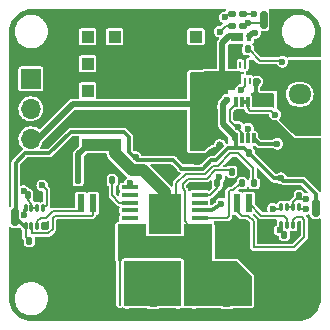
<source format=gbl>
G04 #@! TF.GenerationSoftware,KiCad,Pcbnew,7.0.7*
G04 #@! TF.CreationDate,2024-01-02T23:05:42-05:00*
G04 #@! TF.ProjectId,squirrelbrain,73717569-7272-4656-9c62-7261696e2e6b,1*
G04 #@! TF.SameCoordinates,Original*
G04 #@! TF.FileFunction,Copper,L2,Bot*
G04 #@! TF.FilePolarity,Positive*
%FSLAX46Y46*%
G04 Gerber Fmt 4.6, Leading zero omitted, Abs format (unit mm)*
G04 Created by KiCad (PCBNEW 7.0.7) date 2024-01-02 23:05:42*
%MOMM*%
%LPD*%
G01*
G04 APERTURE LIST*
G04 Aperture macros list*
%AMRoundRect*
0 Rectangle with rounded corners*
0 $1 Rounding radius*
0 $2 $3 $4 $5 $6 $7 $8 $9 X,Y pos of 4 corners*
0 Add a 4 corners polygon primitive as box body*
4,1,4,$2,$3,$4,$5,$6,$7,$8,$9,$2,$3,0*
0 Add four circle primitives for the rounded corners*
1,1,$1+$1,$2,$3*
1,1,$1+$1,$4,$5*
1,1,$1+$1,$6,$7*
1,1,$1+$1,$8,$9*
0 Add four rect primitives between the rounded corners*
20,1,$1+$1,$2,$3,$4,$5,0*
20,1,$1+$1,$4,$5,$6,$7,0*
20,1,$1+$1,$6,$7,$8,$9,0*
20,1,$1+$1,$8,$9,$2,$3,0*%
G04 Aperture macros list end*
G04 #@! TA.AperFunction,SMDPad,CuDef*
%ADD10RoundRect,0.150000X0.150000X0.600000X-0.150000X0.600000X-0.150000X-0.600000X0.150000X-0.600000X0*%
G04 #@! TD*
G04 #@! TA.AperFunction,SMDPad,CuDef*
%ADD11RoundRect,0.135000X0.185000X-0.135000X0.185000X0.135000X-0.185000X0.135000X-0.185000X-0.135000X0*%
G04 #@! TD*
G04 #@! TA.AperFunction,ComponentPad*
%ADD12O,1.700000X1.700000*%
G04 #@! TD*
G04 #@! TA.AperFunction,ComponentPad*
%ADD13R,1.700000X1.700000*%
G04 #@! TD*
G04 #@! TA.AperFunction,SMDPad,CuDef*
%ADD14RoundRect,0.009000X-0.141000X0.416000X-0.141000X-0.416000X0.141000X-0.416000X0.141000X0.416000X0*%
G04 #@! TD*
G04 #@! TA.AperFunction,SMDPad,CuDef*
%ADD15R,0.200000X0.604799*%
G04 #@! TD*
G04 #@! TA.AperFunction,SMDPad,CuDef*
%ADD16R,0.873098X0.250000*%
G04 #@! TD*
G04 #@! TA.AperFunction,SMDPad,CuDef*
%ADD17RoundRect,0.140000X-0.140000X-0.170000X0.140000X-0.170000X0.140000X0.170000X-0.140000X0.170000X0*%
G04 #@! TD*
G04 #@! TA.AperFunction,SMDPad,CuDef*
%ADD18R,0.385000X0.690000*%
G04 #@! TD*
G04 #@! TA.AperFunction,SMDPad,CuDef*
%ADD19R,1.035000X0.690000*%
G04 #@! TD*
G04 #@! TA.AperFunction,SMDPad,CuDef*
%ADD20RoundRect,0.135000X-0.135000X-0.185000X0.135000X-0.185000X0.135000X0.185000X-0.135000X0.185000X0*%
G04 #@! TD*
G04 #@! TA.AperFunction,SMDPad,CuDef*
%ADD21RoundRect,0.135000X0.135000X0.185000X-0.135000X0.185000X-0.135000X-0.185000X0.135000X-0.185000X0*%
G04 #@! TD*
G04 #@! TA.AperFunction,SMDPad,CuDef*
%ADD22R,1.200000X1.800000*%
G04 #@! TD*
G04 #@! TA.AperFunction,SMDPad,CuDef*
%ADD23R,0.600000X1.550000*%
G04 #@! TD*
G04 #@! TA.AperFunction,ComponentPad*
%ADD24R,3.800000X3.800000*%
G04 #@! TD*
G04 #@! TA.AperFunction,ComponentPad*
%ADD25C,3.800000*%
G04 #@! TD*
G04 #@! TA.AperFunction,SMDPad,CuDef*
%ADD26RoundRect,0.050000X-0.100000X0.285000X-0.100000X-0.285000X0.100000X-0.285000X0.100000X0.285000X0*%
G04 #@! TD*
G04 #@! TA.AperFunction,SMDPad,CuDef*
%ADD27R,1.404099X0.354800*%
G04 #@! TD*
G04 #@! TA.AperFunction,SMDPad,CuDef*
%ADD28R,2.768600X3.378200*%
G04 #@! TD*
G04 #@! TA.AperFunction,SMDPad,CuDef*
%ADD29R,1.060000X1.060000*%
G04 #@! TD*
G04 #@! TA.AperFunction,ComponentPad*
%ADD30RoundRect,0.250000X0.725000X-0.600000X0.725000X0.600000X-0.725000X0.600000X-0.725000X-0.600000X0*%
G04 #@! TD*
G04 #@! TA.AperFunction,ComponentPad*
%ADD31O,1.950000X1.700000*%
G04 #@! TD*
G04 #@! TA.AperFunction,ViaPad*
%ADD32C,0.600000*%
G04 #@! TD*
G04 #@! TA.AperFunction,Conductor*
%ADD33C,0.300000*%
G04 #@! TD*
G04 #@! TA.AperFunction,Conductor*
%ADD34C,0.200000*%
G04 #@! TD*
G04 #@! TA.AperFunction,Conductor*
%ADD35C,0.500000*%
G04 #@! TD*
G04 #@! TA.AperFunction,Conductor*
%ADD36C,1.000000*%
G04 #@! TD*
G04 APERTURE END LIST*
D10*
X58350000Y-40050001D03*
X58350000Y-37700001D03*
D11*
X56600000Y-37190001D03*
X56600000Y-38210001D03*
D10*
X37300000Y-56650001D03*
X37300000Y-54400001D03*
X62775000Y-55850001D03*
X62775000Y-53600001D03*
D11*
X55650000Y-38210001D03*
X55650000Y-37190001D03*
D12*
X38650000Y-50320000D03*
X38650000Y-47780000D03*
X38650000Y-45240000D03*
D13*
X38650000Y-42700000D03*
D14*
X56000000Y-47750000D03*
X56500000Y-47750000D03*
X57000000Y-47750000D03*
X57500000Y-47750000D03*
X57500000Y-44650000D03*
X57000000Y-44650000D03*
X56500000Y-44650000D03*
X56000000Y-44650000D03*
D15*
X56375002Y-42866401D03*
D16*
X56238452Y-42195701D03*
D15*
X56375002Y-41525001D03*
X56775001Y-41525001D03*
X57175000Y-41525001D03*
D16*
X57311550Y-42195701D03*
D15*
X57175000Y-42866401D03*
X56775001Y-42866401D03*
D17*
X55645000Y-50550000D03*
X56605000Y-50550000D03*
X57145000Y-48975000D03*
X58105000Y-48975000D03*
D18*
X57124500Y-39175001D03*
D19*
X56132500Y-39175001D03*
D20*
X57035000Y-40200001D03*
X56015000Y-40200001D03*
D17*
X38520000Y-56400000D03*
X39480000Y-56400000D03*
D20*
X60340000Y-52650001D03*
X61360000Y-52650001D03*
D21*
X54440000Y-51525000D03*
X55460000Y-51525000D03*
D22*
X58400000Y-55750000D03*
X54800000Y-55750000D03*
D23*
X57100000Y-53225000D03*
X56100000Y-53225000D03*
D21*
X39410000Y-52575000D03*
X38390000Y-52575000D03*
D24*
X60250000Y-60100001D03*
D25*
X55250000Y-60100001D03*
D22*
X45200000Y-55750000D03*
X41600000Y-55750000D03*
D23*
X43900000Y-53225000D03*
X42900000Y-53225000D03*
D20*
X57560000Y-51525000D03*
X56540000Y-51525000D03*
D26*
X59860052Y-53560001D03*
X60360052Y-53560001D03*
X60860052Y-53560001D03*
X61360052Y-53560001D03*
X61360052Y-55040001D03*
X60860052Y-55040001D03*
X60360052Y-55040001D03*
X59860052Y-55040001D03*
D17*
X43625000Y-51300000D03*
X42665000Y-51300000D03*
X61080000Y-55900001D03*
X60120000Y-55900001D03*
D27*
X52949948Y-51875001D03*
X52949948Y-52524999D03*
X52949948Y-53175001D03*
X52949948Y-53824999D03*
X52949948Y-54474998D03*
X52949948Y-55124999D03*
X52949948Y-55774998D03*
X52949948Y-56424999D03*
X47050052Y-56424999D03*
X47050052Y-55775001D03*
X47050052Y-55124999D03*
X47050052Y-54475001D03*
X47050052Y-53825002D03*
X47050052Y-53175001D03*
X47050052Y-52525002D03*
X47050052Y-51875001D03*
D28*
X50000000Y-54150000D03*
D26*
X38200000Y-55154999D03*
X38700000Y-55154999D03*
X39200000Y-55154999D03*
X39700000Y-55154999D03*
X39700000Y-53674999D03*
X39200000Y-53674999D03*
X38700000Y-53674999D03*
X38200000Y-53674999D03*
D29*
X52630000Y-39120000D03*
X50340000Y-39120000D03*
X48050000Y-39120000D03*
X45760000Y-39120000D03*
X43470000Y-39120000D03*
X52630000Y-41410000D03*
X50340000Y-41410000D03*
X48050000Y-41410000D03*
X45760000Y-41410000D03*
X43470000Y-41410000D03*
X52630000Y-43700000D03*
X50340000Y-43700000D03*
X48050000Y-43700000D03*
X45760000Y-43700000D03*
X43470000Y-43700000D03*
X52630000Y-45990000D03*
X50340000Y-45990000D03*
X48050000Y-45990000D03*
X45760000Y-45990000D03*
X43470000Y-45990000D03*
X52630000Y-48280000D03*
X50340000Y-48280000D03*
X48050000Y-48280000D03*
X45760000Y-48280000D03*
X43470000Y-48280000D03*
D30*
X61400000Y-49000000D03*
D31*
X61400000Y-46500000D03*
X61400000Y-44000000D03*
D24*
X44000000Y-60100001D03*
D25*
X49000000Y-60100001D03*
D20*
X44515000Y-51300000D03*
X45535000Y-51300000D03*
D32*
X40800000Y-37450001D03*
X60000000Y-47300001D03*
X55825000Y-40700001D03*
X56075000Y-45625001D03*
X54650000Y-48300001D03*
X54125000Y-48800001D03*
X58125000Y-56325001D03*
X59325000Y-56300001D03*
X56712500Y-45862501D03*
X60500000Y-50650001D03*
X62650000Y-51300001D03*
X59950000Y-41250001D03*
X61850000Y-56950001D03*
X53950000Y-40500001D03*
X59500000Y-40550001D03*
X57550000Y-37200001D03*
X57050000Y-37950001D03*
X55100000Y-37500001D03*
X40800000Y-56050001D03*
X60600000Y-52150001D03*
X52450000Y-61650001D03*
X46800000Y-61650001D03*
X51100000Y-61650001D03*
X52050000Y-60050001D03*
X52050000Y-58450001D03*
X53400000Y-58450001D03*
X51100000Y-58400001D03*
X46800000Y-58400001D03*
X61975000Y-53700001D03*
X59700000Y-55500001D03*
X59827500Y-51127501D03*
X37425000Y-46550000D03*
X54650000Y-38700001D03*
X39400000Y-57000001D03*
X37500000Y-55700001D03*
X47519254Y-49330746D03*
X47050000Y-51550000D03*
X54750000Y-52475001D03*
X52200000Y-51750001D03*
X54600000Y-51050000D03*
X56000000Y-56200000D03*
X44450000Y-50050000D03*
X45200000Y-54000000D03*
X43450000Y-56150001D03*
X50650000Y-50450000D03*
X55800000Y-49700000D03*
X53950000Y-41275000D03*
X51050000Y-48300000D03*
X48750000Y-48300000D03*
X51050000Y-46000000D03*
X48750000Y-46000000D03*
X46450000Y-45950000D03*
X44150000Y-45950000D03*
X50350000Y-43000000D03*
X51000000Y-38450001D03*
X45750000Y-43000000D03*
X45750000Y-40700000D03*
X50300000Y-40650001D03*
X44700000Y-38450001D03*
X53800000Y-38300001D03*
X48000000Y-38500000D03*
X56425000Y-43675001D03*
X57650000Y-38800000D03*
X57825000Y-42925000D03*
X59525000Y-48200000D03*
X55274999Y-44450001D03*
X54925000Y-45075001D03*
X59325000Y-45725000D03*
X57025000Y-46925001D03*
X56200000Y-46775000D03*
X54775000Y-53275001D03*
X39625000Y-51725000D03*
X38025000Y-52225000D03*
X38107714Y-54204141D03*
X39900000Y-55150000D03*
X61950000Y-52850001D03*
X59150000Y-53700001D03*
X50000000Y-54900000D03*
X50000000Y-53600000D03*
X49000000Y-55500000D03*
X51000000Y-55500000D03*
X51000000Y-53000000D03*
X49000000Y-53000000D03*
D33*
X60000000Y-47300001D02*
X59850000Y-47550001D01*
X60000000Y-47300001D02*
X60250000Y-47550001D01*
X60250000Y-47550001D02*
X60550000Y-47550001D01*
X59850000Y-47550001D02*
X59050000Y-47550001D01*
D34*
X56937500Y-58562501D02*
X54800000Y-56425001D01*
X54800000Y-56425001D02*
X54800000Y-55750000D01*
X56937500Y-58462501D02*
X57525000Y-57875001D01*
X56937500Y-58562501D02*
X56937500Y-58462501D01*
X57975000Y-59600001D02*
X56937500Y-58562501D01*
X60250000Y-60100001D02*
X59775000Y-59625001D01*
X59775000Y-59625001D02*
X57975000Y-59625001D01*
X57975000Y-59625001D02*
X57975000Y-59600001D01*
X59950000Y-41250001D02*
X59850000Y-41150001D01*
X59850000Y-41150001D02*
X58025000Y-41150001D01*
X58025000Y-41150001D02*
X57075000Y-40200001D01*
X57075000Y-40200001D02*
X57035000Y-40200001D01*
X56015000Y-40200001D02*
X56015000Y-40510001D01*
X56015000Y-40510001D02*
X55825000Y-40700001D01*
X55825000Y-40700001D02*
X56515000Y-40700001D01*
X56515000Y-40700001D02*
X56775001Y-40960002D01*
X56775001Y-41525001D02*
X56775001Y-40960002D01*
X58350000Y-37700001D02*
X58100000Y-37950001D01*
X58100000Y-37950001D02*
X57050000Y-37950001D01*
X56500000Y-47475000D02*
X56500000Y-47256008D01*
X56500000Y-47256008D02*
X55475000Y-46231008D01*
X55475000Y-46231008D02*
X55475000Y-45376472D01*
X55475000Y-45376472D02*
X56000000Y-44851472D01*
X56000000Y-44851472D02*
X56000000Y-44375000D01*
D35*
X55900000Y-47775001D02*
X55900000Y-47535661D01*
X54925000Y-46560661D02*
X54925000Y-44800000D01*
X55900000Y-47535661D02*
X54925000Y-46560661D01*
X54925000Y-44800000D02*
X55274999Y-44450001D01*
D33*
X56712500Y-45862501D02*
X56974999Y-46125000D01*
X57369239Y-46125000D02*
X57444240Y-46200001D01*
X57444240Y-46200001D02*
X58880762Y-46200001D01*
X56974999Y-46125000D02*
X57369239Y-46125000D01*
X58880762Y-46200001D02*
X59055761Y-46375000D01*
X59055761Y-46375000D02*
X59374999Y-46375000D01*
X59374999Y-46375000D02*
X60550000Y-47550001D01*
X54775000Y-53275001D02*
X53975002Y-53824999D01*
X53975002Y-53824999D02*
X52949948Y-53824999D01*
D34*
X56350000Y-51525000D02*
X56350000Y-51570183D01*
X56350000Y-51570183D02*
X55770183Y-52150000D01*
X55400000Y-52250000D02*
X55400000Y-54350001D01*
X55275003Y-54474998D02*
X52949948Y-54474998D01*
X55500000Y-52150000D02*
X55400000Y-52250000D01*
X55770183Y-52150000D02*
X55500000Y-52150000D01*
X55400000Y-54350001D02*
X55275003Y-54474998D01*
D35*
X38650000Y-47780000D02*
X39245000Y-47780000D01*
X39245000Y-47780000D02*
X42175000Y-44850000D01*
X52579999Y-44850000D02*
X52630000Y-44900001D01*
X42175000Y-44850000D02*
X52579999Y-44850000D01*
D33*
X54150000Y-48800001D02*
X54650000Y-48300001D01*
X54125000Y-48800001D02*
X54150000Y-48800001D01*
X52850000Y-49800001D02*
X53850000Y-48800001D01*
X52550001Y-49800001D02*
X52850000Y-49800001D01*
X53850000Y-48800001D02*
X54125000Y-48800001D01*
X51050000Y-48300000D02*
X52550001Y-49800001D01*
X55363604Y-48550000D02*
X54313604Y-49600000D01*
X38172943Y-49000000D02*
X37350000Y-49822943D01*
X37350000Y-54450000D02*
X38054999Y-55154999D01*
X55875000Y-48550000D02*
X55363604Y-48550000D01*
X51400000Y-50300001D02*
X51300000Y-50200001D01*
X50719239Y-49600000D02*
X47650000Y-49600000D01*
X46975000Y-48925000D02*
X46975000Y-47650000D01*
X46525000Y-47200000D02*
X42025000Y-47200000D01*
X53913603Y-49600000D02*
X53213602Y-50300001D01*
X54313604Y-49600000D02*
X53913603Y-49600000D01*
X53213602Y-50300001D02*
X51400000Y-50300001D01*
X51300000Y-50200001D02*
X51300000Y-50180761D01*
X42025000Y-47200000D02*
X40225000Y-49000000D01*
X51300000Y-50180761D02*
X50719239Y-49600000D01*
X47650000Y-49600000D02*
X46975000Y-48925000D01*
X46975000Y-47650000D02*
X46525000Y-47200000D01*
X40225000Y-49000000D02*
X38172943Y-49000000D01*
X37350000Y-49822943D02*
X37350000Y-54450000D01*
X38054999Y-55154999D02*
X38200000Y-55154999D01*
D34*
X57560000Y-51525000D02*
X57475000Y-51440000D01*
X57475000Y-50276471D02*
X56198529Y-49000000D01*
X57475000Y-51440000D02*
X57475000Y-50276471D01*
X54500000Y-50050000D02*
X54099999Y-50050000D01*
X55550000Y-49000000D02*
X54500000Y-50050000D01*
X56198529Y-49000000D02*
X55550000Y-49000000D01*
X54099999Y-50050000D02*
X53399998Y-50750001D01*
X50950000Y-51550000D02*
X50950000Y-52950000D01*
X53399998Y-50750001D02*
X51749999Y-50750001D01*
X51749999Y-50750001D02*
X50950000Y-51550000D01*
X50950000Y-52950000D02*
X51000000Y-53000000D01*
X55645000Y-50525000D02*
X55570000Y-50450000D01*
X51684300Y-54761400D02*
X52047899Y-55124999D01*
X55570000Y-50450000D02*
X54265685Y-50450000D01*
X51500000Y-51976600D02*
X51684300Y-52160900D01*
X54265685Y-50450000D02*
X53565684Y-51150001D01*
X51949999Y-51150001D02*
X51500000Y-51600000D01*
X53565684Y-51150001D02*
X51949999Y-51150001D01*
X51500000Y-51600000D02*
X51500000Y-51976600D01*
X51684300Y-52160900D02*
X51684300Y-54761400D01*
X52047899Y-55124999D02*
X52949948Y-55124999D01*
X52200000Y-51750001D02*
X52949948Y-51849948D01*
X52949948Y-51849948D02*
X52949948Y-51875001D01*
X57025000Y-46925001D02*
X57025000Y-47725000D01*
X57025000Y-47725000D02*
X57000000Y-47750000D01*
X57000000Y-44875000D02*
X57000000Y-45200001D01*
X57000000Y-45200001D02*
X57200000Y-45400001D01*
X59000001Y-45400001D02*
X59325000Y-45725000D01*
X57200000Y-45400001D02*
X59000001Y-45400001D01*
D33*
X61400000Y-48400001D02*
X60550000Y-47550001D01*
X61400000Y-49000000D02*
X61400000Y-48400001D01*
D34*
X60860052Y-54660026D02*
X61115077Y-54405001D01*
X61115077Y-54405001D02*
X61605027Y-54405001D01*
X56500000Y-54300000D02*
X56100000Y-53900000D01*
X61810052Y-54610026D02*
X61810052Y-56102203D01*
X60860052Y-55040001D02*
X60860052Y-54660026D01*
X60962255Y-56950000D02*
X57500000Y-56950000D01*
X61810052Y-56102203D02*
X60962255Y-56950000D01*
X57500000Y-54750001D02*
X57049999Y-54300000D01*
X57049999Y-54300000D02*
X56500000Y-54300000D01*
X57500000Y-56950000D02*
X57500000Y-54750001D01*
X61605027Y-54405001D02*
X61810052Y-54610026D01*
X56100000Y-53900000D02*
X56100000Y-53225000D01*
X59860052Y-55040001D02*
X59860052Y-55339949D01*
X59860052Y-55339949D02*
X59700000Y-55500001D01*
X60120000Y-55900001D02*
X60100000Y-55900001D01*
X60100000Y-55900001D02*
X59700000Y-55500001D01*
X56425000Y-43675001D02*
X56775001Y-43325000D01*
X55140000Y-38210001D02*
X55850000Y-38210001D01*
X54650000Y-38700001D02*
X55140000Y-38210001D01*
D35*
X54850000Y-39702818D02*
X54850000Y-42750001D01*
X56132500Y-39100000D02*
X55452818Y-39100000D01*
X54850000Y-42750001D02*
X53900001Y-43700000D01*
X56132500Y-39050000D02*
X56132500Y-39100000D01*
X55452818Y-39100000D02*
X54850000Y-39702818D01*
X53900001Y-43700000D02*
X52630000Y-43700000D01*
D34*
X56600000Y-37190001D02*
X57540000Y-37190001D01*
X57540000Y-37190001D02*
X57550000Y-37200001D01*
X55650000Y-37190001D02*
X55410000Y-37190001D01*
X55410000Y-37190001D02*
X55100000Y-37500001D01*
X56775001Y-43325000D02*
X56775001Y-42725000D01*
X60360052Y-55240000D02*
X60360052Y-54560053D01*
X60360052Y-54560053D02*
X60100000Y-54300001D01*
X58175001Y-54300001D02*
X57100000Y-53225000D01*
X60100000Y-54300001D02*
X58175001Y-54300001D01*
X60340000Y-52410001D02*
X60600000Y-52150001D01*
X60340000Y-52650001D02*
X60340000Y-52410001D01*
X61950000Y-52850001D02*
X61560000Y-52850001D01*
X61560000Y-52850001D02*
X61360000Y-52650001D01*
X60860052Y-53560001D02*
X60860052Y-53149949D01*
X60860052Y-53149949D02*
X61360000Y-52650001D01*
X60360052Y-53560001D02*
X60860052Y-53560001D01*
X59150000Y-53700001D02*
X59820051Y-53700001D01*
X59820051Y-53800001D02*
X59860052Y-53760000D01*
D33*
X59827500Y-51127501D02*
X60025000Y-51325001D01*
X60025000Y-51325001D02*
X61675000Y-51325001D01*
X61675000Y-51325001D02*
X62775000Y-52425001D01*
X62775000Y-52425001D02*
X62775000Y-53700001D01*
D34*
X61975000Y-53700001D02*
X61420051Y-53700001D01*
X61420051Y-53700001D02*
X61360052Y-53760000D01*
D33*
X59827500Y-51127501D02*
X59254536Y-51127501D01*
X59254536Y-51127501D02*
X56677035Y-48550000D01*
X56677035Y-48550000D02*
X55875000Y-48550000D01*
D34*
X55879817Y-37125000D02*
X55890000Y-37125000D01*
D35*
X57650000Y-38800000D02*
X57424500Y-38800000D01*
X57424500Y-38800000D02*
X57124500Y-39100000D01*
D34*
X45535000Y-51300000D02*
X45535000Y-52561998D01*
X46148003Y-53175001D02*
X47050052Y-53175001D01*
X45535000Y-52561998D02*
X46148003Y-53175001D01*
D35*
X42665000Y-51300000D02*
X42665000Y-49085000D01*
X42665000Y-49085000D02*
X43470000Y-48280000D01*
D34*
X39625000Y-51725000D02*
X39980000Y-52080000D01*
X39980000Y-52080000D02*
X39980000Y-53394999D01*
X39980000Y-53394999D02*
X39700000Y-53674999D01*
X39410000Y-52575000D02*
X39000000Y-52165000D01*
X39000000Y-50770000D02*
X38550000Y-50320000D01*
X39000000Y-52165000D02*
X39000000Y-50770000D01*
X38390000Y-52575000D02*
X38390000Y-52985024D01*
X38390000Y-52985024D02*
X38700000Y-53295024D01*
X38700000Y-53295024D02*
X38700000Y-53674999D01*
X38107714Y-53767285D02*
X38200000Y-53674999D01*
X38107714Y-54204141D02*
X38107714Y-53767285D01*
X47050052Y-51550052D02*
X47050000Y-51550000D01*
X47050052Y-51875001D02*
X47050052Y-51550052D01*
X54440000Y-51210000D02*
X54600000Y-51050000D01*
X54440000Y-51525000D02*
X54440000Y-51210000D01*
X56605000Y-50505000D02*
X55800000Y-49700000D01*
X56605000Y-50550000D02*
X56605000Y-50505000D01*
X55460000Y-51525000D02*
X55605000Y-51525000D01*
X55605000Y-51525000D02*
X56605000Y-50525000D01*
D36*
X52630000Y-48280000D02*
X52630000Y-43700000D01*
D33*
X57500000Y-44650000D02*
X57700000Y-44450000D01*
X57700000Y-44450000D02*
X57700000Y-43050000D01*
X57700000Y-43050000D02*
X57825000Y-42925000D01*
X57500000Y-47475000D02*
X57500000Y-47750000D01*
X57500000Y-47750000D02*
X57950000Y-48200000D01*
X57950000Y-48200000D02*
X59525000Y-48200000D01*
X56500000Y-44650000D02*
X57000000Y-44650000D01*
X58105000Y-48975000D02*
X58155000Y-49025000D01*
X58155000Y-49025000D02*
X61375000Y-49025000D01*
X61375000Y-49025000D02*
X61400000Y-49000000D01*
X56000000Y-47475000D02*
X56000000Y-48425000D01*
X56000000Y-48425000D02*
X55875000Y-48550000D01*
D34*
X56375002Y-42725000D02*
X56375002Y-42190850D01*
D36*
X45760000Y-48280000D02*
X45760000Y-48985000D01*
X48150000Y-50450000D02*
X50000000Y-52300000D01*
X45760000Y-48985000D02*
X47225000Y-50450000D01*
X47225000Y-50450000D02*
X48150000Y-50450000D01*
X50000000Y-52300000D02*
X50000000Y-54150000D01*
D34*
X56605000Y-50525000D02*
X56605000Y-50255000D01*
X54440000Y-51525000D02*
X54440000Y-51936996D01*
X54440000Y-51936996D02*
X53851997Y-52524999D01*
X53851997Y-52524999D02*
X52949948Y-52524999D01*
D35*
X43625000Y-51300000D02*
X44515000Y-51300000D01*
D36*
X43470000Y-48280000D02*
X45760000Y-48280000D01*
D34*
X39700000Y-53674999D02*
X39775001Y-53674999D01*
X39200000Y-53674999D02*
X38700000Y-53674999D01*
X38750000Y-55154999D02*
X38750000Y-55750000D01*
X38750000Y-55750000D02*
X38789999Y-55789999D01*
X38789999Y-55789999D02*
X40108530Y-55789999D01*
X40108530Y-55789999D02*
X40500000Y-55398529D01*
X40500000Y-54465686D02*
X40665686Y-54300000D01*
X43800000Y-54300000D02*
X43900000Y-54200000D01*
X40500000Y-55398529D02*
X40500000Y-54465686D01*
X40665686Y-54300000D02*
X43800000Y-54300000D01*
X43900000Y-54200000D02*
X43900000Y-53225000D01*
X39200000Y-55104999D02*
X39200000Y-54775024D01*
X39200000Y-54775024D02*
X39475024Y-54500000D01*
X39475024Y-54500000D02*
X39900000Y-54500000D01*
X39900000Y-54500000D02*
X40500000Y-53900000D01*
X39250000Y-55154999D02*
X39200000Y-55104999D01*
X40500000Y-53900000D02*
X42900000Y-53900000D01*
X42900000Y-53900000D02*
X42900000Y-53225000D01*
X38520000Y-56400000D02*
X38200000Y-56080000D01*
X38200000Y-56080000D02*
X38200000Y-55154999D01*
X39900000Y-55150000D02*
X39700000Y-55150000D01*
X39700000Y-55150000D02*
X39700000Y-55154999D01*
G04 #@! TA.AperFunction,Conductor*
G36*
X48386980Y-55018482D02*
G01*
X48414000Y-55065282D01*
X48415200Y-55079000D01*
X48415200Y-55858847D01*
X48426832Y-55917330D01*
X48426833Y-55917331D01*
X48471148Y-55983652D01*
X48537469Y-56027967D01*
X48537468Y-56027967D01*
X48595952Y-56039600D01*
X51404048Y-56039600D01*
X51462531Y-56027967D01*
X51528852Y-55983652D01*
X51573167Y-55917331D01*
X51584800Y-55858848D01*
X51584800Y-55078999D01*
X51603282Y-55028220D01*
X51650082Y-55001200D01*
X51663800Y-55000000D01*
X53920500Y-55000000D01*
X53971280Y-55018482D01*
X53998300Y-55065282D01*
X53999500Y-55079000D01*
X53999500Y-56669744D01*
X53999810Y-56672892D01*
X54000000Y-56676766D01*
X54000000Y-58150000D01*
X56067306Y-58150000D01*
X56118086Y-58168482D01*
X56123167Y-58173139D01*
X56693878Y-58743850D01*
X56705183Y-58758121D01*
X56711580Y-58768452D01*
X56737576Y-58788084D01*
X56741700Y-58791672D01*
X57326861Y-59376834D01*
X57349699Y-59425809D01*
X57350000Y-59432694D01*
X57350000Y-61838333D01*
X57331518Y-61889113D01*
X57284718Y-61916133D01*
X57270841Y-61917333D01*
X55826672Y-61914433D01*
X55826664Y-61914433D01*
X55770819Y-61922051D01*
X55639049Y-61958971D01*
X55633770Y-61960067D01*
X55382297Y-61994633D01*
X55376920Y-61995001D01*
X55123083Y-61995001D01*
X55117707Y-61994633D01*
X54866240Y-61960069D01*
X54860958Y-61958972D01*
X54720867Y-61919721D01*
X54720851Y-61919718D01*
X54665840Y-61912101D01*
X54665847Y-61912101D01*
X52648216Y-61908049D01*
X52589914Y-61916372D01*
X52589911Y-61916373D01*
X52503311Y-61941801D01*
X52481055Y-61945001D01*
X52418946Y-61945001D01*
X52396689Y-61941801D01*
X52307366Y-61915573D01*
X52307367Y-61915573D01*
X52278623Y-61911411D01*
X52249881Y-61907249D01*
X52248597Y-61907246D01*
X51684340Y-61906113D01*
X51633597Y-61887528D01*
X51606672Y-61840675D01*
X51605499Y-61827113D01*
X51605499Y-61656684D01*
X51605647Y-61654616D01*
X51605647Y-61645397D01*
X51605499Y-61643326D01*
X51605499Y-61643325D01*
X51605499Y-58406701D01*
X51605647Y-58404662D01*
X51605647Y-58395354D01*
X51605499Y-58393295D01*
X51605500Y-58174517D01*
X51605109Y-58165559D01*
X51603518Y-58147375D01*
X51576768Y-58062533D01*
X51574114Y-58057937D01*
X51549751Y-58015738D01*
X51549747Y-58015732D01*
X51518888Y-57974992D01*
X51442064Y-57925375D01*
X51391286Y-57906894D01*
X51321003Y-57894501D01*
X51321000Y-57894501D01*
X46574517Y-57894501D01*
X46574516Y-57894501D01*
X46565558Y-57894892D01*
X46547372Y-57896483D01*
X46462533Y-57923232D01*
X46462526Y-57923235D01*
X46415737Y-57950249D01*
X46415731Y-57950253D01*
X46374991Y-57981112D01*
X46325374Y-58057936D01*
X46306893Y-58108714D01*
X46294500Y-58178997D01*
X46294500Y-58393333D01*
X46294353Y-58395390D01*
X46294353Y-58404623D01*
X46294500Y-58406677D01*
X46294500Y-61643333D01*
X46294353Y-61645390D01*
X46294353Y-61654623D01*
X46294500Y-61656677D01*
X46294500Y-61816131D01*
X46276018Y-61866911D01*
X46229218Y-61893931D01*
X46215342Y-61895131D01*
X46179342Y-61895059D01*
X46128599Y-61876475D01*
X46101673Y-61829622D01*
X46100500Y-61816059D01*
X46100500Y-58180253D01*
X46088867Y-58121770D01*
X46080143Y-58108714D01*
X46044552Y-58055449D01*
X46044550Y-58055448D01*
X46044550Y-58055447D01*
X46035107Y-58049137D01*
X46003155Y-58005556D01*
X46000000Y-57983453D01*
X46000000Y-56676766D01*
X46000190Y-56672892D01*
X46000500Y-56669744D01*
X46000500Y-55079000D01*
X46018982Y-55028220D01*
X46065782Y-55001200D01*
X46079500Y-55000000D01*
X48336200Y-55000000D01*
X48386980Y-55018482D01*
G37*
G04 #@! TD.AperFunction*
G04 #@! TA.AperFunction,Conductor*
G36*
X56446780Y-42093482D02*
G01*
X56473800Y-42140282D01*
X56475000Y-42154000D01*
X56475000Y-42537248D01*
X56474810Y-42541123D01*
X56474501Y-42544255D01*
X56474501Y-43095501D01*
X56456019Y-43146281D01*
X56409219Y-43173301D01*
X56395501Y-43174501D01*
X56353039Y-43174501D01*
X56214947Y-43215048D01*
X56214946Y-43215048D01*
X56093871Y-43292858D01*
X55999622Y-43401628D01*
X55939834Y-43532545D01*
X55936284Y-43557242D01*
X55910763Y-43604875D01*
X55860595Y-43624960D01*
X55858088Y-43625000D01*
X55350000Y-43625000D01*
X55349999Y-43870501D01*
X55331516Y-43921281D01*
X55284717Y-43948301D01*
X55270999Y-43949501D01*
X55203038Y-43949501D01*
X55064946Y-43990048D01*
X55064945Y-43990048D01*
X54943870Y-44067858D01*
X54849622Y-44176627D01*
X54803723Y-44277130D01*
X54787723Y-44300172D01*
X54625915Y-44461981D01*
X54622610Y-44464934D01*
X54591030Y-44490119D01*
X54557519Y-44539271D01*
X54522210Y-44587113D01*
X54519441Y-44592352D01*
X54519330Y-44592293D01*
X54516983Y-44596943D01*
X54517095Y-44596997D01*
X54514525Y-44602333D01*
X54496992Y-44659177D01*
X54477353Y-44715303D01*
X54476253Y-44721116D01*
X54476132Y-44721093D01*
X54475260Y-44726224D01*
X54475382Y-44726243D01*
X54474500Y-44732098D01*
X54474500Y-44791574D01*
X54472433Y-44846811D01*
X54465350Y-44876672D01*
X54439835Y-44932543D01*
X54439834Y-44932546D01*
X54419353Y-45075001D01*
X54439834Y-45217456D01*
X54439835Y-45217458D01*
X54467361Y-45277731D01*
X54474500Y-45310548D01*
X54474500Y-46533141D01*
X54474251Y-46537567D01*
X54469730Y-46577690D01*
X54469730Y-46577696D01*
X54480788Y-46636140D01*
X54489652Y-46694950D01*
X54491397Y-46700605D01*
X54491277Y-46700641D01*
X54492904Y-46705583D01*
X54493021Y-46705543D01*
X54494976Y-46711132D01*
X54494977Y-46711133D01*
X54522777Y-46763733D01*
X54548575Y-46817303D01*
X54548578Y-46817307D01*
X54551910Y-46822194D01*
X54551806Y-46822264D01*
X54554816Y-46826506D01*
X54554916Y-46826433D01*
X54558432Y-46831196D01*
X54558434Y-46831199D01*
X54600495Y-46873260D01*
X54640945Y-46916855D01*
X54640947Y-46916856D01*
X54645577Y-46920549D01*
X54645499Y-46920646D01*
X54655742Y-46928507D01*
X55034379Y-47307144D01*
X55326861Y-47599625D01*
X55349699Y-47648601D01*
X55350000Y-47655486D01*
X55350000Y-48128719D01*
X55331518Y-48179499D01*
X55284718Y-48206519D01*
X55280774Y-48207112D01*
X55262215Y-48209425D01*
X55255940Y-48211294D01*
X55255811Y-48210861D01*
X55254265Y-48211356D01*
X55254412Y-48211783D01*
X55242033Y-48216033D01*
X55241345Y-48214029D01*
X55197035Y-48220577D01*
X55151006Y-48192265D01*
X55138212Y-48162539D01*
X55136757Y-48162967D01*
X55135165Y-48157545D01*
X55135165Y-48157544D01*
X55075377Y-48026628D01*
X54981128Y-47917858D01*
X54860053Y-47840048D01*
X54721961Y-47799501D01*
X54578039Y-47799501D01*
X54439947Y-47840048D01*
X54439946Y-47840048D01*
X54318871Y-47917858D01*
X54224622Y-48026628D01*
X54164834Y-48157545D01*
X54154167Y-48231743D01*
X54128646Y-48279377D01*
X54078478Y-48299461D01*
X54075971Y-48299501D01*
X54053039Y-48299501D01*
X53914947Y-48340048D01*
X53914946Y-48340048D01*
X53793870Y-48417859D01*
X53775872Y-48438630D01*
X53739807Y-48458860D01*
X53740811Y-48461783D01*
X53734622Y-48463907D01*
X53689546Y-48488301D01*
X53643518Y-48510801D01*
X53638193Y-48514604D01*
X53637930Y-48514236D01*
X53636627Y-48515207D01*
X53636905Y-48515564D01*
X53631740Y-48519583D01*
X53597031Y-48557288D01*
X53377457Y-48776861D01*
X53328482Y-48799699D01*
X53321597Y-48800000D01*
X52179000Y-48800000D01*
X52128220Y-48781518D01*
X52101200Y-48734718D01*
X52100000Y-48721000D01*
X52100000Y-42219500D01*
X52118482Y-42168720D01*
X52165282Y-42141700D01*
X52179000Y-42140500D01*
X53179748Y-42140500D01*
X53238231Y-42128867D01*
X53238233Y-42128866D01*
X53273429Y-42105347D01*
X53298920Y-42088314D01*
X53342811Y-42075000D01*
X56396000Y-42075000D01*
X56446780Y-42093482D01*
G37*
G04 #@! TD.AperFunction*
G04 #@! TA.AperFunction,Conductor*
G36*
X57543086Y-41093482D02*
G01*
X57548167Y-41098139D01*
X57768740Y-41318712D01*
X57776031Y-41328843D01*
X57776633Y-41328390D01*
X57781042Y-41334229D01*
X57816760Y-41366791D01*
X57818058Y-41368030D01*
X57832203Y-41382175D01*
X57835704Y-41384573D01*
X57839990Y-41387968D01*
X57864067Y-41409917D01*
X57875392Y-41414304D01*
X57891498Y-41422793D01*
X57901519Y-41429658D01*
X57933229Y-41437116D01*
X57938451Y-41438733D01*
X57968827Y-41450501D01*
X57980970Y-41450501D01*
X57999057Y-41452599D01*
X58010881Y-41455380D01*
X58043143Y-41450879D01*
X58048599Y-41450501D01*
X59440573Y-41450501D01*
X59491353Y-41468983D01*
X59512434Y-41496684D01*
X59524621Y-41523372D01*
X59524623Y-41523374D01*
X59618872Y-41632144D01*
X59739947Y-41709954D01*
X59878039Y-41750501D01*
X60021960Y-41750501D01*
X60021961Y-41750501D01*
X60160053Y-41709954D01*
X60281128Y-41632144D01*
X60375377Y-41523374D01*
X60435165Y-41392458D01*
X60455647Y-41250001D01*
X60443461Y-41165242D01*
X60454529Y-41112349D01*
X60497007Y-41078944D01*
X60521657Y-41075000D01*
X63120500Y-41075000D01*
X63171280Y-41093482D01*
X63198300Y-41140282D01*
X63199500Y-41154000D01*
X63199500Y-47421000D01*
X63181018Y-47471780D01*
X63134218Y-47498800D01*
X63120500Y-47500000D01*
X61028403Y-47500000D01*
X60977623Y-47481518D01*
X60972542Y-47476861D01*
X60829339Y-47333658D01*
X60819063Y-47321005D01*
X60811437Y-47309332D01*
X60811435Y-47309330D01*
X60784390Y-47288280D01*
X60780718Y-47285037D01*
X60766199Y-47270517D01*
X60766192Y-47270512D01*
X59683390Y-46187709D01*
X59660552Y-46138733D01*
X59674538Y-46086535D01*
X59679532Y-46080132D01*
X59750377Y-45998373D01*
X59810165Y-45867457D01*
X59830647Y-45725000D01*
X59810165Y-45582543D01*
X59750377Y-45451627D01*
X59656128Y-45342857D01*
X59535053Y-45265047D01*
X59535050Y-45265046D01*
X59531740Y-45264074D01*
X59488225Y-45232032D01*
X59475000Y-45188275D01*
X59475000Y-44000000D01*
X60219417Y-44000000D01*
X60239700Y-44205934D01*
X60239700Y-44205936D01*
X60239701Y-44205938D01*
X60299764Y-44403945D01*
X60299767Y-44403951D01*
X60299768Y-44403954D01*
X60381549Y-44556954D01*
X60397317Y-44586453D01*
X60528589Y-44746410D01*
X60688546Y-44877682D01*
X60688550Y-44877685D01*
X60871046Y-44975232D01*
X60871051Y-44975233D01*
X60871054Y-44975235D01*
X60978488Y-45007823D01*
X61069066Y-45035300D01*
X61223392Y-45050500D01*
X61223394Y-45050500D01*
X61576606Y-45050500D01*
X61576608Y-45050500D01*
X61730934Y-45035300D01*
X61878360Y-44990579D01*
X61928945Y-44975235D01*
X61928946Y-44975234D01*
X61928954Y-44975232D01*
X62111450Y-44877685D01*
X62271410Y-44746410D01*
X62402685Y-44586450D01*
X62500232Y-44403954D01*
X62560300Y-44205934D01*
X62580583Y-44000000D01*
X62560300Y-43794066D01*
X62530845Y-43696966D01*
X62500235Y-43596054D01*
X62500233Y-43596051D01*
X62500232Y-43596046D01*
X62402685Y-43413550D01*
X62366371Y-43369301D01*
X62271410Y-43253589D01*
X62111453Y-43122317D01*
X62111451Y-43122316D01*
X62111450Y-43122315D01*
X61928954Y-43024768D01*
X61928951Y-43024767D01*
X61928945Y-43024764D01*
X61730938Y-42964701D01*
X61730936Y-42964700D01*
X61730934Y-42964700D01*
X61576608Y-42949500D01*
X61223392Y-42949500D01*
X61069066Y-42964700D01*
X61069063Y-42964700D01*
X61069061Y-42964701D01*
X60871054Y-43024764D01*
X60871048Y-43024767D01*
X60688546Y-43122317D01*
X60528589Y-43253589D01*
X60397317Y-43413546D01*
X60378740Y-43448301D01*
X60301882Y-43592092D01*
X60299767Y-43596048D01*
X60299764Y-43596054D01*
X60239701Y-43794061D01*
X60239700Y-43794063D01*
X60239700Y-43794066D01*
X60219417Y-44000000D01*
X59475000Y-44000000D01*
X59475000Y-43725000D01*
X59474999Y-43724999D01*
X58129506Y-43725114D01*
X58078724Y-43706636D01*
X58051700Y-43659839D01*
X58050499Y-43646122D01*
X58050499Y-43418159D01*
X58068981Y-43367382D01*
X58086785Y-43351706D01*
X58156128Y-43307143D01*
X58250377Y-43198373D01*
X58310165Y-43067457D01*
X58330647Y-42925000D01*
X58310165Y-42782543D01*
X58250377Y-42651627D01*
X58156128Y-42542857D01*
X58035053Y-42465047D01*
X57896961Y-42424500D01*
X57753039Y-42424500D01*
X57614947Y-42465047D01*
X57564848Y-42497243D01*
X57512136Y-42509147D01*
X57464104Y-42484384D01*
X57456452Y-42474673D01*
X57450020Y-42465047D01*
X57419552Y-42419449D01*
X57353231Y-42375134D01*
X57353230Y-42375133D01*
X57353231Y-42375133D01*
X57294748Y-42363501D01*
X57055252Y-42363501D01*
X56990412Y-42376398D01*
X56959586Y-42376398D01*
X56939087Y-42372320D01*
X56892889Y-42344285D01*
X56875501Y-42294838D01*
X56875501Y-42096563D01*
X56893983Y-42045783D01*
X56939090Y-42019081D01*
X56953232Y-42016268D01*
X57019553Y-41971953D01*
X57063868Y-41905632D01*
X57075501Y-41847149D01*
X57075501Y-41202853D01*
X57075501Y-41154000D01*
X57093983Y-41103220D01*
X57140783Y-41076200D01*
X57154501Y-41075000D01*
X57492306Y-41075000D01*
X57543086Y-41093482D01*
G37*
G04 #@! TD.AperFunction*
G04 #@! TA.AperFunction,Conductor*
G36*
X42735143Y-47568982D02*
G01*
X42762163Y-47615782D01*
X42753596Y-47664365D01*
X42754111Y-47664579D01*
X42753149Y-47666901D01*
X42752779Y-47669000D01*
X42751283Y-47671404D01*
X42751132Y-47671768D01*
X42739500Y-47730252D01*
X42739500Y-48340674D01*
X42721018Y-48391454D01*
X42716371Y-48396524D01*
X42537637Y-48575259D01*
X42365915Y-48746981D01*
X42362610Y-48749934D01*
X42331030Y-48775119D01*
X42297519Y-48824271D01*
X42262210Y-48872113D01*
X42259441Y-48877352D01*
X42259330Y-48877293D01*
X42256983Y-48881943D01*
X42257095Y-48881997D01*
X42254525Y-48887333D01*
X42236992Y-48944177D01*
X42217353Y-49000303D01*
X42216253Y-49006116D01*
X42216132Y-49006093D01*
X42215260Y-49011224D01*
X42215382Y-49011243D01*
X42214500Y-49017098D01*
X42214500Y-49076573D01*
X42212276Y-49136010D01*
X42212939Y-49141891D01*
X42212814Y-49141905D01*
X42214500Y-49154709D01*
X42214500Y-50972663D01*
X42207098Y-51006050D01*
X42191028Y-51040510D01*
X42191028Y-51040512D01*
X42184500Y-51090096D01*
X42184500Y-51509901D01*
X42184501Y-51509907D01*
X42191026Y-51559482D01*
X42191028Y-51559488D01*
X42241776Y-51668316D01*
X42241778Y-51668319D01*
X42326680Y-51753221D01*
X42326683Y-51753223D01*
X42326684Y-51753224D01*
X42435513Y-51803972D01*
X42485099Y-51810500D01*
X42844900Y-51810499D01*
X42844901Y-51810499D01*
X42844904Y-51810498D01*
X42854175Y-51809278D01*
X42894482Y-51803973D01*
X42894483Y-51803972D01*
X42894487Y-51803972D01*
X43003316Y-51753224D01*
X43088224Y-51668316D01*
X43138972Y-51559487D01*
X43145500Y-51509901D01*
X43145499Y-51090100D01*
X43145498Y-51090096D01*
X43145498Y-51090092D01*
X43138973Y-51040515D01*
X43138972Y-51040511D01*
X43122902Y-51006050D01*
X43115500Y-50972663D01*
X43115500Y-49304325D01*
X43133982Y-49253545D01*
X43138639Y-49248464D01*
X43353464Y-49033639D01*
X43402440Y-49010801D01*
X43409325Y-49010500D01*
X44019748Y-49010500D01*
X44078231Y-48998867D01*
X44078232Y-48998866D01*
X44085794Y-48993814D01*
X44129684Y-48980500D01*
X44981171Y-48980500D01*
X45031951Y-48998982D01*
X45058877Y-49045261D01*
X45066944Y-49089283D01*
X45067303Y-49091641D01*
X45074859Y-49153869D01*
X45074859Y-49153871D01*
X45074860Y-49153872D01*
X45079399Y-49165842D01*
X45079901Y-49167165D01*
X45083739Y-49180934D01*
X45086304Y-49194929D01*
X45086305Y-49194933D01*
X45112038Y-49252109D01*
X45112951Y-49254313D01*
X45135180Y-49312927D01*
X45135181Y-49312929D01*
X45135182Y-49312930D01*
X45143262Y-49324636D01*
X45150285Y-49337088D01*
X45156121Y-49350057D01*
X45194793Y-49399418D01*
X45196207Y-49401340D01*
X45231817Y-49452929D01*
X45278747Y-49494505D01*
X45280467Y-49496124D01*
X46713873Y-50929530D01*
X46715493Y-50931251D01*
X46757070Y-50978182D01*
X46757072Y-50978184D01*
X46783360Y-50996329D01*
X46814653Y-51040386D01*
X46810305Y-51094250D01*
X46781195Y-51127804D01*
X46718871Y-51167857D01*
X46624622Y-51276627D01*
X46564835Y-51407542D01*
X46564834Y-51407547D01*
X46563343Y-51417919D01*
X46562108Y-51426514D01*
X46561701Y-51429342D01*
X46536181Y-51476976D01*
X46486013Y-51497061D01*
X46483505Y-51497101D01*
X46328254Y-51497101D01*
X46269771Y-51508733D01*
X46203450Y-51553049D01*
X46159134Y-51619370D01*
X46147620Y-51677259D01*
X46147502Y-51677853D01*
X46147502Y-52072149D01*
X46147865Y-52073972D01*
X46159134Y-52130632D01*
X46159135Y-52130633D01*
X46176159Y-52156111D01*
X46189003Y-52208601D01*
X46176160Y-52243890D01*
X46159135Y-52269370D01*
X46159134Y-52269370D01*
X46147502Y-52327854D01*
X46147502Y-52558807D01*
X46129020Y-52609587D01*
X46082220Y-52636607D01*
X46029002Y-52627223D01*
X46012641Y-52614668D01*
X45858638Y-52460665D01*
X45835800Y-52411689D01*
X45835499Y-52404804D01*
X45835499Y-52108941D01*
X45835499Y-51826126D01*
X45853981Y-51775349D01*
X45860730Y-51769166D01*
X45860517Y-51768953D01*
X45949062Y-51680407D01*
X45949065Y-51680404D01*
X45999068Y-51573173D01*
X46005500Y-51524316D01*
X46005500Y-51075684D01*
X46005243Y-51073735D01*
X46002642Y-51053973D01*
X45999068Y-51026827D01*
X45989379Y-51006050D01*
X45973956Y-50972975D01*
X45949065Y-50919596D01*
X45949064Y-50919595D01*
X45949062Y-50919592D01*
X45865407Y-50835937D01*
X45865404Y-50835935D01*
X45758174Y-50785932D01*
X45709318Y-50779500D01*
X45709316Y-50779500D01*
X45360684Y-50779500D01*
X45360682Y-50779500D01*
X45311826Y-50785932D01*
X45311824Y-50785932D01*
X45204595Y-50835935D01*
X45204592Y-50835937D01*
X45120937Y-50919592D01*
X45120935Y-50919595D01*
X45070932Y-51026824D01*
X45070932Y-51026826D01*
X45064499Y-51075681D01*
X45064499Y-51524318D01*
X45070932Y-51573173D01*
X45070932Y-51573175D01*
X45120935Y-51680404D01*
X45120937Y-51680407D01*
X45209483Y-51768953D01*
X45207484Y-51770951D01*
X45231801Y-51805654D01*
X45234500Y-51826128D01*
X45234500Y-52500095D01*
X45232491Y-52512410D01*
X45233238Y-52512515D01*
X45232226Y-52519761D01*
X45234458Y-52568025D01*
X45234500Y-52569850D01*
X45234500Y-52589848D01*
X45235279Y-52594013D01*
X45235910Y-52599452D01*
X45237414Y-52631989D01*
X45242322Y-52643104D01*
X45247707Y-52660494D01*
X45249938Y-52672430D01*
X45267083Y-52700120D01*
X45269634Y-52704961D01*
X45272214Y-52710803D01*
X45282793Y-52734761D01*
X45282796Y-52734765D01*
X45291378Y-52743347D01*
X45302683Y-52757618D01*
X45309080Y-52767949D01*
X45335076Y-52787581D01*
X45339200Y-52791169D01*
X45615821Y-53067790D01*
X45891743Y-53343712D01*
X45899034Y-53353843D01*
X45899636Y-53353390D01*
X45904045Y-53359229D01*
X45939763Y-53391791D01*
X45941061Y-53393030D01*
X45955206Y-53407175D01*
X45958707Y-53409573D01*
X45962993Y-53412968D01*
X45987070Y-53434917D01*
X45998400Y-53439306D01*
X46014502Y-53447793D01*
X46024522Y-53454657D01*
X46056229Y-53462114D01*
X46061448Y-53463730D01*
X46085050Y-53472874D01*
X46089243Y-53474499D01*
X46091830Y-53475501D01*
X46091832Y-53475501D01*
X46096160Y-53476310D01*
X46142682Y-53503804D01*
X46160647Y-53554770D01*
X46159133Y-53569377D01*
X46147502Y-53627853D01*
X46147502Y-54022149D01*
X46159134Y-54080633D01*
X46159135Y-54080635D01*
X46176158Y-54106110D01*
X46189004Y-54158600D01*
X46176159Y-54193891D01*
X46159135Y-54219368D01*
X46159134Y-54219369D01*
X46147502Y-54277853D01*
X46147502Y-54672149D01*
X46153059Y-54700089D01*
X46144838Y-54753499D01*
X46104209Y-54789129D01*
X46075577Y-54794500D01*
X46075016Y-54794500D01*
X46066058Y-54794891D01*
X46047872Y-54796482D01*
X45963033Y-54823231D01*
X45963026Y-54823234D01*
X45916237Y-54850248D01*
X45916231Y-54850252D01*
X45875491Y-54881111D01*
X45825874Y-54957935D01*
X45807393Y-55008713D01*
X45795000Y-55078996D01*
X45795000Y-56660561D01*
X45794952Y-56662498D01*
X45794623Y-56669214D01*
X45794500Y-56674248D01*
X45794500Y-57983453D01*
X45796562Y-58012492D01*
X45796563Y-58012496D01*
X45799717Y-58034594D01*
X45801119Y-58043127D01*
X45837423Y-58127060D01*
X45869376Y-58170643D01*
X45869377Y-58170645D01*
X45870629Y-58171843D01*
X45870886Y-58172366D01*
X45871649Y-58173235D01*
X45871416Y-58173439D01*
X45894530Y-58220309D01*
X45895000Y-58228910D01*
X45895000Y-61820492D01*
X45895382Y-61829349D01*
X45896937Y-61847329D01*
X45923500Y-61932016D01*
X45932475Y-61947633D01*
X45950424Y-61978867D01*
X45950426Y-61978869D01*
X45981202Y-62019668D01*
X45981203Y-62019669D01*
X46006722Y-62036223D01*
X46057928Y-62069441D01*
X46108671Y-62088025D01*
X46178931Y-62100559D01*
X46219383Y-62100639D01*
X46219465Y-62100640D01*
X46219465Y-62100639D01*
X46219466Y-62100640D01*
X46223997Y-62100449D01*
X46228530Y-62100258D01*
X46246918Y-62098668D01*
X46246920Y-62098667D01*
X46246924Y-62098667D01*
X46331968Y-62071899D01*
X46357794Y-62056988D01*
X46411008Y-62047604D01*
X46440306Y-62059141D01*
X46452781Y-62067240D01*
X46457345Y-62070203D01*
X46457349Y-62070205D01*
X46506267Y-62088138D01*
X46510245Y-62091365D01*
X46520817Y-62093800D01*
X46523689Y-62094654D01*
X46524264Y-62094594D01*
X46530847Y-62096110D01*
X46530847Y-62096111D01*
X46553431Y-62101313D01*
X45900000Y-62100001D01*
X45900000Y-63199500D01*
X38687589Y-63199500D01*
X38685005Y-63199415D01*
X38442732Y-63183535D01*
X38437604Y-63182860D01*
X38200754Y-63135746D01*
X38195758Y-63134408D01*
X37967089Y-63056785D01*
X37962311Y-63054806D01*
X37745721Y-62947995D01*
X37741241Y-62945409D01*
X37540450Y-62811243D01*
X37536354Y-62808101D01*
X37354772Y-62648858D01*
X37351141Y-62645227D01*
X37191896Y-62463642D01*
X37188756Y-62459549D01*
X37147647Y-62398027D01*
X37054586Y-62258751D01*
X37052004Y-62254278D01*
X36982194Y-62112719D01*
X36945192Y-62037686D01*
X36943217Y-62032918D01*
X36865588Y-61804231D01*
X36864253Y-61799245D01*
X36853678Y-61746086D01*
X36817137Y-61562382D01*
X36816465Y-61557275D01*
X36808622Y-61437633D01*
X36800585Y-61314995D01*
X36800543Y-61313708D01*
X37280992Y-61313708D01*
X37300158Y-61545013D01*
X37357135Y-61770008D01*
X37357137Y-61770013D01*
X37357138Y-61770016D01*
X37428199Y-61932017D01*
X37450368Y-61982557D01*
X37577313Y-62176861D01*
X37734501Y-62347614D01*
X37734504Y-62347616D01*
X37734508Y-62347621D01*
X37917666Y-62490178D01*
X38012510Y-62541505D01*
X38121786Y-62600643D01*
X38121789Y-62600644D01*
X38341311Y-62676006D01*
X38570243Y-62714208D01*
X38570248Y-62714208D01*
X38802335Y-62714208D01*
X38802341Y-62714208D01*
X39031273Y-62676006D01*
X39250795Y-62600644D01*
X39454918Y-62490178D01*
X39638076Y-62347621D01*
X39795271Y-62176861D01*
X39922216Y-61982557D01*
X40015449Y-61770008D01*
X40072426Y-61545013D01*
X40091592Y-61313708D01*
X40072426Y-61082403D01*
X40015449Y-60857408D01*
X39922216Y-60644859D01*
X39795271Y-60450555D01*
X39638076Y-60279795D01*
X39454918Y-60137238D01*
X39440484Y-60129426D01*
X39250797Y-60026772D01*
X39031275Y-59951410D01*
X38965863Y-59940495D01*
X38802341Y-59913208D01*
X38570243Y-59913208D01*
X38427160Y-59937084D01*
X38341308Y-59951410D01*
X38121786Y-60026772D01*
X37917667Y-60137237D01*
X37917665Y-60137238D01*
X37734511Y-60279792D01*
X37734501Y-60279801D01*
X37577313Y-60450554D01*
X37577313Y-60450555D01*
X37450366Y-60644862D01*
X37450365Y-60644864D01*
X37357138Y-60857399D01*
X37357136Y-60857404D01*
X37357135Y-60857408D01*
X37300158Y-61082403D01*
X37284936Y-61266115D01*
X37280992Y-61313708D01*
X36800543Y-61313708D01*
X36800500Y-61312411D01*
X36800500Y-55336905D01*
X36818982Y-55286125D01*
X36865782Y-55259105D01*
X36919000Y-55268489D01*
X36935361Y-55281044D01*
X36943512Y-55289195D01*
X36943516Y-55289198D01*
X36943517Y-55289199D01*
X36998453Y-55316055D01*
X37048604Y-55340573D01*
X37048605Y-55340573D01*
X37048607Y-55340574D01*
X37116740Y-55350501D01*
X37116744Y-55350501D01*
X37483256Y-55350501D01*
X37483260Y-55350501D01*
X37551393Y-55340574D01*
X37630684Y-55301810D01*
X37684421Y-55296113D01*
X37721241Y-55316923D01*
X37775659Y-55371341D01*
X37785934Y-55383993D01*
X37793559Y-55395665D01*
X37793562Y-55395668D01*
X37820609Y-55416720D01*
X37824275Y-55419957D01*
X37827714Y-55423397D01*
X37849335Y-55463845D01*
X37850762Y-55471017D01*
X37864034Y-55537739D01*
X37884597Y-55568514D01*
X37886186Y-55570892D01*
X37899500Y-55614782D01*
X37899500Y-56018097D01*
X37897491Y-56030412D01*
X37898238Y-56030517D01*
X37897226Y-56037763D01*
X37899458Y-56086027D01*
X37899500Y-56087852D01*
X37899500Y-56107850D01*
X37900279Y-56112015D01*
X37900910Y-56117454D01*
X37902414Y-56149991D01*
X37907322Y-56161106D01*
X37912707Y-56178496D01*
X37914938Y-56190432D01*
X37932083Y-56218122D01*
X37934636Y-56222966D01*
X37947793Y-56252763D01*
X37947796Y-56252767D01*
X37956378Y-56261349D01*
X37967683Y-56275620D01*
X37974080Y-56285951D01*
X38000076Y-56305583D01*
X38004200Y-56309171D01*
X38016361Y-56321332D01*
X38039199Y-56370308D01*
X38039500Y-56377193D01*
X38039500Y-56609901D01*
X38039501Y-56609907D01*
X38046026Y-56659482D01*
X38046028Y-56659488D01*
X38096776Y-56768316D01*
X38096778Y-56768319D01*
X38181680Y-56853221D01*
X38181683Y-56853223D01*
X38181684Y-56853224D01*
X38290513Y-56903972D01*
X38340099Y-56910500D01*
X38699900Y-56910499D01*
X38699901Y-56910499D01*
X38699904Y-56910498D01*
X38709175Y-56909278D01*
X38749482Y-56903973D01*
X38749483Y-56903972D01*
X38749487Y-56903972D01*
X38858316Y-56853224D01*
X38943224Y-56768316D01*
X38993972Y-56659487D01*
X39000500Y-56609901D01*
X39000499Y-56190100D01*
X39000322Y-56188752D01*
X38999145Y-56179808D01*
X39010842Y-56127050D01*
X39053716Y-56094155D01*
X39077469Y-56090499D01*
X40046627Y-56090499D01*
X40058942Y-56092507D01*
X40059047Y-56091761D01*
X40066293Y-56092772D01*
X40066294Y-56092771D01*
X40066295Y-56092772D01*
X40088165Y-56091761D01*
X40114559Y-56090541D01*
X40116384Y-56090499D01*
X40136368Y-56090499D01*
X40136374Y-56090499D01*
X40140546Y-56089718D01*
X40145982Y-56089087D01*
X40178522Y-56087584D01*
X40189634Y-56082676D01*
X40207022Y-56077291D01*
X40218963Y-56075060D01*
X40246659Y-56057911D01*
X40251486Y-56055366D01*
X40281295Y-56042205D01*
X40289883Y-56033615D01*
X40304152Y-56022313D01*
X40314482Y-56015918D01*
X40334115Y-55989917D01*
X40337692Y-55985806D01*
X40668711Y-55654787D01*
X40678842Y-55647502D01*
X40678386Y-55646898D01*
X40684224Y-55642488D01*
X40684228Y-55642487D01*
X40716799Y-55606757D01*
X40718009Y-55605489D01*
X40732174Y-55591326D01*
X40734577Y-55587817D01*
X40737962Y-55583542D01*
X40759916Y-55559462D01*
X40764304Y-55548133D01*
X40772793Y-55532027D01*
X40779656Y-55522010D01*
X40787111Y-55490309D01*
X40788731Y-55485078D01*
X40800500Y-55454702D01*
X40800500Y-55442556D01*
X40802598Y-55424469D01*
X40805379Y-55412648D01*
X40800878Y-55380383D01*
X40800500Y-55374930D01*
X40800500Y-54679500D01*
X40818982Y-54628720D01*
X40865782Y-54601700D01*
X40879500Y-54600500D01*
X43738097Y-54600500D01*
X43750412Y-54602508D01*
X43750517Y-54601762D01*
X43757763Y-54602773D01*
X43757764Y-54602772D01*
X43757765Y-54602773D01*
X43779635Y-54601762D01*
X43806029Y-54600542D01*
X43807854Y-54600500D01*
X43827838Y-54600500D01*
X43827844Y-54600500D01*
X43832016Y-54599719D01*
X43837452Y-54599088D01*
X43869992Y-54597585D01*
X43881104Y-54592677D01*
X43898492Y-54587292D01*
X43910433Y-54585061D01*
X43938129Y-54567912D01*
X43942956Y-54565367D01*
X43972765Y-54552206D01*
X43981353Y-54543616D01*
X43995622Y-54532314D01*
X44005952Y-54525919D01*
X44025585Y-54499918D01*
X44029162Y-54495807D01*
X44068711Y-54456258D01*
X44078842Y-54448973D01*
X44078386Y-54448369D01*
X44084224Y-54443959D01*
X44084228Y-54443958D01*
X44116799Y-54408228D01*
X44118009Y-54406960D01*
X44132174Y-54392797D01*
X44134577Y-54389288D01*
X44137962Y-54385013D01*
X44159916Y-54360933D01*
X44164304Y-54349604D01*
X44172793Y-54333498D01*
X44179656Y-54323481D01*
X44187111Y-54291780D01*
X44188731Y-54286549D01*
X44200500Y-54256173D01*
X44200500Y-54256167D01*
X44200744Y-54254864D01*
X44201505Y-54253575D01*
X44203144Y-54249347D01*
X44203844Y-54249618D01*
X44228244Y-54208345D01*
X44262988Y-54191899D01*
X44278231Y-54188867D01*
X44344552Y-54144552D01*
X44388867Y-54078231D01*
X44400500Y-54019748D01*
X44400500Y-52430252D01*
X44388867Y-52371769D01*
X44344552Y-52305448D01*
X44278231Y-52261133D01*
X44278230Y-52261132D01*
X44278231Y-52261132D01*
X44219748Y-52249500D01*
X43580252Y-52249500D01*
X43521769Y-52261132D01*
X43477397Y-52290782D01*
X43455448Y-52305448D01*
X43455447Y-52305448D01*
X43448979Y-52309771D01*
X43448201Y-52308607D01*
X43406878Y-52327872D01*
X43354681Y-52313881D01*
X43344944Y-52305710D01*
X43322603Y-52290782D01*
X43278231Y-52261133D01*
X43278230Y-52261132D01*
X43278231Y-52261132D01*
X43219748Y-52249500D01*
X42580252Y-52249500D01*
X42521769Y-52261132D01*
X42455448Y-52305448D01*
X42411132Y-52371769D01*
X42399500Y-52430252D01*
X42399500Y-53520500D01*
X42381018Y-53571280D01*
X42334218Y-53598300D01*
X42320500Y-53599500D01*
X40561903Y-53599500D01*
X40549587Y-53597491D01*
X40549483Y-53598238D01*
X40542236Y-53597226D01*
X40493971Y-53599458D01*
X40492146Y-53599500D01*
X40472150Y-53599500D01*
X40467987Y-53600279D01*
X40462548Y-53600910D01*
X40430010Y-53602414D01*
X40430007Y-53602415D01*
X40430008Y-53602415D01*
X40418887Y-53607324D01*
X40401503Y-53612707D01*
X40389571Y-53614937D01*
X40389562Y-53614941D01*
X40367630Y-53628519D01*
X40314725Y-53639533D01*
X40267118Y-53613964D01*
X40247084Y-53563776D01*
X40258200Y-53525840D01*
X40256699Y-53525177D01*
X40259652Y-53518486D01*
X40259657Y-53518479D01*
X40267115Y-53486771D01*
X40268732Y-53481547D01*
X40280500Y-53451172D01*
X40280500Y-53439026D01*
X40282598Y-53420939D01*
X40285379Y-53409118D01*
X40280878Y-53376853D01*
X40280500Y-53371400D01*
X40280500Y-52141906D01*
X40282509Y-52129592D01*
X40281762Y-52129488D01*
X40282773Y-52122239D01*
X40282507Y-52116494D01*
X40280542Y-52073972D01*
X40280500Y-52072147D01*
X40280500Y-52052160D01*
X40280500Y-52052156D01*
X40279719Y-52047983D01*
X40279088Y-52042545D01*
X40277585Y-52010009D01*
X40272678Y-51998896D01*
X40267292Y-51981502D01*
X40265061Y-51969568D01*
X40265061Y-51969567D01*
X40247911Y-51941869D01*
X40245362Y-51937032D01*
X40232206Y-51907235D01*
X40232202Y-51907231D01*
X40232201Y-51907229D01*
X40223619Y-51898647D01*
X40212312Y-51884373D01*
X40205919Y-51874048D01*
X40179925Y-51854418D01*
X40175800Y-51850829D01*
X40148468Y-51823497D01*
X40125630Y-51774521D01*
X40126133Y-51756392D01*
X40130647Y-51725000D01*
X40110165Y-51582543D01*
X40050377Y-51451627D01*
X39956128Y-51342857D01*
X39835053Y-51265047D01*
X39696961Y-51224500D01*
X39553039Y-51224500D01*
X39414947Y-51265047D01*
X39414946Y-51265047D01*
X39293871Y-51342857D01*
X39199622Y-51451627D01*
X39139834Y-51582544D01*
X39119353Y-51725000D01*
X39139834Y-51867455D01*
X39199622Y-51998372D01*
X39253433Y-52060473D01*
X39293872Y-52107143D01*
X39414947Y-52184953D01*
X39553039Y-52225500D01*
X39600500Y-52225500D01*
X39651280Y-52243982D01*
X39678300Y-52290782D01*
X39679500Y-52304500D01*
X39679500Y-53060499D01*
X39661018Y-53111279D01*
X39614218Y-53138299D01*
X39600500Y-53139499D01*
X39575326Y-53139499D01*
X39502261Y-53154032D01*
X39502260Y-53154033D01*
X39493888Y-53159627D01*
X39441397Y-53172469D01*
X39406112Y-53159627D01*
X39397740Y-53154033D01*
X39397738Y-53154032D01*
X39324674Y-53139499D01*
X39075326Y-53139499D01*
X39075325Y-53139499D01*
X39028426Y-53148827D01*
X38975016Y-53140606D01*
X38957154Y-53127206D01*
X38943619Y-53113671D01*
X38932312Y-53099397D01*
X38925919Y-53089072D01*
X38899925Y-53069442D01*
X38895800Y-53065853D01*
X38837228Y-53007281D01*
X38814390Y-52958305D01*
X38821490Y-52918035D01*
X38854068Y-52848173D01*
X38860500Y-52799316D01*
X38860500Y-52350684D01*
X38860344Y-52349501D01*
X38856935Y-52323608D01*
X38854068Y-52301827D01*
X38839037Y-52269594D01*
X38825022Y-52239539D01*
X38804065Y-52194596D01*
X38804064Y-52194595D01*
X38804062Y-52194592D01*
X38720407Y-52110937D01*
X38720404Y-52110935D01*
X38613174Y-52060932D01*
X38564318Y-52054500D01*
X38564316Y-52054500D01*
X38548128Y-52054500D01*
X38497348Y-52036018D01*
X38476267Y-52008318D01*
X38474833Y-52005179D01*
X38450377Y-51951627D01*
X38356128Y-51842857D01*
X38235053Y-51765047D01*
X38096961Y-51724500D01*
X37953039Y-51724500D01*
X37814939Y-51765049D01*
X37812310Y-51766250D01*
X37810310Y-51766408D01*
X37809526Y-51766639D01*
X37809477Y-51766474D01*
X37758441Y-51770527D01*
X37714425Y-51739177D01*
X37700500Y-51694386D01*
X37700500Y-50000846D01*
X37718982Y-49950066D01*
X37723628Y-49944996D01*
X38294986Y-49373638D01*
X38343962Y-49350801D01*
X38350847Y-49350500D01*
X40180454Y-49350500D01*
X40196665Y-49352181D01*
X40201091Y-49353108D01*
X40210315Y-49355043D01*
X40240205Y-49351316D01*
X40244321Y-49350804D01*
X40249212Y-49350500D01*
X40254036Y-49350500D01*
X40254040Y-49350500D01*
X40275540Y-49346912D01*
X40326393Y-49340573D01*
X40326396Y-49340571D01*
X40332669Y-49338704D01*
X40332799Y-49339143D01*
X40334335Y-49338650D01*
X40334187Y-49338218D01*
X40340375Y-49336092D01*
X40340381Y-49336092D01*
X40385444Y-49311704D01*
X40431484Y-49289198D01*
X40431486Y-49289195D01*
X40436813Y-49285393D01*
X40437078Y-49285764D01*
X40438373Y-49284799D01*
X40438092Y-49284438D01*
X40443252Y-49280420D01*
X40443258Y-49280418D01*
X40477957Y-49242724D01*
X42147042Y-47573639D01*
X42196019Y-47550801D01*
X42202904Y-47550500D01*
X42684363Y-47550500D01*
X42735143Y-47568982D01*
G37*
G04 #@! TD.AperFunction*
G04 #@! TA.AperFunction,Conductor*
G36*
X62227392Y-54166783D02*
G01*
X62266502Y-54204074D01*
X62273710Y-54230487D01*
X62274088Y-54230432D01*
X62274500Y-54233259D01*
X62274500Y-54233261D01*
X62276844Y-54249347D01*
X62284427Y-54301396D01*
X62335802Y-54406484D01*
X62335805Y-54406488D01*
X62418512Y-54489195D01*
X62418516Y-54489198D01*
X62418517Y-54489199D01*
X62452543Y-54505833D01*
X62523604Y-54540573D01*
X62523605Y-54540573D01*
X62523607Y-54540574D01*
X62591740Y-54550501D01*
X62591744Y-54550501D01*
X62958256Y-54550501D01*
X62958260Y-54550501D01*
X63026393Y-54540574D01*
X63056090Y-54526056D01*
X63085802Y-54511531D01*
X63139540Y-54505833D01*
X63184369Y-54536010D01*
X63199499Y-54582504D01*
X63199500Y-61266112D01*
X63199500Y-61312411D01*
X63199415Y-61314995D01*
X63183535Y-61557267D01*
X63182860Y-61562395D01*
X63135746Y-61799245D01*
X63134408Y-61804241D01*
X63056785Y-62032910D01*
X63054806Y-62037688D01*
X62947995Y-62254278D01*
X62945409Y-62258758D01*
X62811243Y-62459549D01*
X62808095Y-62463652D01*
X62648865Y-62645219D01*
X62645219Y-62648865D01*
X62614273Y-62676005D01*
X62463653Y-62808095D01*
X62459549Y-62811243D01*
X62258758Y-62945409D01*
X62254278Y-62947995D01*
X62037688Y-63054806D01*
X62032910Y-63056785D01*
X61804241Y-63134408D01*
X61799245Y-63135746D01*
X61562395Y-63182860D01*
X61557267Y-63183535D01*
X61314995Y-63199415D01*
X61312411Y-63199500D01*
X58350000Y-63199500D01*
X58350000Y-62225001D01*
X58350000Y-62125001D01*
X55843101Y-62119967D01*
X55843117Y-62119966D01*
X57274964Y-62122842D01*
X57284028Y-62122460D01*
X57287092Y-62122194D01*
X57302422Y-62120869D01*
X57387468Y-62094101D01*
X57434268Y-62067081D01*
X57475007Y-62036223D01*
X57524625Y-61959397D01*
X57543107Y-61908617D01*
X57555500Y-61838333D01*
X57555500Y-59428204D01*
X57555003Y-59416833D01*
X57535944Y-59338959D01*
X57513106Y-59289984D01*
X57491427Y-59259023D01*
X57472177Y-59231530D01*
X57472170Y-59231522D01*
X56884491Y-58643843D01*
X56884489Y-58643841D01*
X56879275Y-58638976D01*
X56869780Y-58630715D01*
X56867150Y-58628582D01*
X56854984Y-58616276D01*
X56851276Y-58611595D01*
X56851273Y-58611592D01*
X56851267Y-58611584D01*
X56851268Y-58611586D01*
X56843385Y-58602736D01*
X56265315Y-58024667D01*
X56256940Y-58016990D01*
X56256938Y-58016988D01*
X56249530Y-58012492D01*
X56188370Y-57975375D01*
X56137590Y-57956893D01*
X56137589Y-57956893D01*
X56067309Y-57944500D01*
X56067306Y-57944500D01*
X54284500Y-57944500D01*
X54233720Y-57926018D01*
X54206700Y-57879218D01*
X54205500Y-57865500D01*
X54205500Y-56674246D01*
X54205377Y-56669215D01*
X54205048Y-56662498D01*
X54205000Y-56660561D01*
X54205000Y-55074516D01*
X54204609Y-55065558D01*
X54203018Y-55047374D01*
X54176268Y-54962532D01*
X54173614Y-54957936D01*
X54149251Y-54915737D01*
X54149241Y-54915722D01*
X54138997Y-54902197D01*
X54123069Y-54850558D01*
X54144061Y-54800763D01*
X54192150Y-54776111D01*
X54201971Y-54775498D01*
X55213100Y-54775498D01*
X55225415Y-54777506D01*
X55225520Y-54776760D01*
X55232766Y-54777771D01*
X55232767Y-54777770D01*
X55232768Y-54777771D01*
X55254638Y-54776760D01*
X55281032Y-54775540D01*
X55282857Y-54775498D01*
X55302841Y-54775498D01*
X55302847Y-54775498D01*
X55307019Y-54774717D01*
X55312455Y-54774086D01*
X55344995Y-54772583D01*
X55356107Y-54767675D01*
X55373495Y-54762290D01*
X55385436Y-54760059D01*
X55413132Y-54742910D01*
X55417959Y-54740365D01*
X55447768Y-54727204D01*
X55456356Y-54718614D01*
X55470625Y-54707312D01*
X55480955Y-54700917D01*
X55500588Y-54674916D01*
X55504165Y-54670805D01*
X55568711Y-54606259D01*
X55578842Y-54598974D01*
X55578386Y-54598370D01*
X55584224Y-54593960D01*
X55584228Y-54593959D01*
X55616799Y-54558229D01*
X55618009Y-54556961D01*
X55632174Y-54542798D01*
X55634577Y-54539289D01*
X55637962Y-54535014D01*
X55659916Y-54510934D01*
X55664304Y-54499605D01*
X55672793Y-54483499D01*
X55679656Y-54473482D01*
X55687111Y-54441781D01*
X55688731Y-54436550D01*
X55694685Y-54421182D01*
X55700500Y-54406174D01*
X55700500Y-54394028D01*
X55702598Y-54375941D01*
X55705379Y-54364120D01*
X55700878Y-54331857D01*
X55700500Y-54326402D01*
X55700500Y-54279500D01*
X55718982Y-54228720D01*
X55765782Y-54201700D01*
X55779500Y-54200500D01*
X55780252Y-54200500D01*
X55942807Y-54200500D01*
X55993587Y-54218982D01*
X55998668Y-54223639D01*
X56243740Y-54468711D01*
X56251031Y-54478842D01*
X56251633Y-54478389D01*
X56256042Y-54484228D01*
X56291760Y-54516790D01*
X56293058Y-54518029D01*
X56307203Y-54532174D01*
X56310704Y-54534572D01*
X56314990Y-54537967D01*
X56339067Y-54559916D01*
X56350397Y-54564305D01*
X56366499Y-54572792D01*
X56376519Y-54579656D01*
X56408226Y-54587113D01*
X56413445Y-54588729D01*
X56431470Y-54595712D01*
X56443826Y-54600500D01*
X56443827Y-54600500D01*
X56455973Y-54600500D01*
X56474059Y-54602598D01*
X56485881Y-54605379D01*
X56518143Y-54600878D01*
X56523599Y-54600500D01*
X56892806Y-54600500D01*
X56943586Y-54618982D01*
X56948667Y-54623639D01*
X57176361Y-54851333D01*
X57199199Y-54900309D01*
X57199500Y-54907194D01*
X57199500Y-56897062D01*
X57196484Y-56918683D01*
X57195599Y-56921792D01*
X57199331Y-56962071D01*
X57199500Y-56965717D01*
X57199500Y-56977844D01*
X57201727Y-56989759D01*
X57202230Y-56993370D01*
X57205965Y-57033660D01*
X57205965Y-57033661D01*
X57207409Y-57036560D01*
X57214343Y-57057246D01*
X57214939Y-57060433D01*
X57214940Y-57060434D01*
X57236232Y-57094823D01*
X57238008Y-57098012D01*
X57256041Y-57134227D01*
X57256042Y-57134228D01*
X57258433Y-57136408D01*
X57272376Y-57153199D01*
X57274081Y-57155952D01*
X57298254Y-57174206D01*
X57306363Y-57180330D01*
X57309172Y-57182663D01*
X57314080Y-57187137D01*
X57339067Y-57209916D01*
X57339068Y-57209916D01*
X57339069Y-57209917D01*
X57342086Y-57211086D01*
X57361156Y-57221708D01*
X57363734Y-57223655D01*
X57363735Y-57223655D01*
X57363736Y-57223656D01*
X57402650Y-57234727D01*
X57406093Y-57235881D01*
X57430447Y-57245316D01*
X57443826Y-57250500D01*
X57443827Y-57250500D01*
X57447062Y-57250500D01*
X57468681Y-57253515D01*
X57471793Y-57254401D01*
X57500381Y-57251751D01*
X57512073Y-57250669D01*
X57515719Y-57250500D01*
X60900352Y-57250500D01*
X60912667Y-57252508D01*
X60912772Y-57251762D01*
X60920018Y-57252773D01*
X60920019Y-57252772D01*
X60920020Y-57252773D01*
X60941890Y-57251762D01*
X60968284Y-57250542D01*
X60970109Y-57250500D01*
X60990093Y-57250500D01*
X60990099Y-57250500D01*
X60994271Y-57249719D01*
X60999707Y-57249088D01*
X61032247Y-57247585D01*
X61043359Y-57242677D01*
X61060747Y-57237292D01*
X61072688Y-57235061D01*
X61100384Y-57217912D01*
X61105211Y-57215367D01*
X61135020Y-57202206D01*
X61143608Y-57193616D01*
X61157877Y-57182314D01*
X61168207Y-57175919D01*
X61187840Y-57149918D01*
X61191417Y-57145807D01*
X61978763Y-56358461D01*
X61988894Y-56351176D01*
X61988438Y-56350572D01*
X61994276Y-56346162D01*
X61994280Y-56346161D01*
X62026851Y-56310431D01*
X62028061Y-56309163D01*
X62042226Y-56295000D01*
X62044629Y-56291491D01*
X62048014Y-56287216D01*
X62069968Y-56263136D01*
X62074356Y-56251807D01*
X62082845Y-56235701D01*
X62089708Y-56225684D01*
X62097163Y-56193983D01*
X62098783Y-56188752D01*
X62110552Y-56158376D01*
X62110552Y-56146230D01*
X62112651Y-56128140D01*
X62112908Y-56127050D01*
X62115431Y-56116322D01*
X62110929Y-56084059D01*
X62110551Y-56078600D01*
X62110551Y-55371341D01*
X62110551Y-54671924D01*
X62112564Y-54659617D01*
X62111814Y-54659513D01*
X62112825Y-54652264D01*
X62112789Y-54651495D01*
X62111502Y-54623639D01*
X62110594Y-54603997D01*
X62110552Y-54602172D01*
X62110552Y-54582186D01*
X62110552Y-54582182D01*
X62109771Y-54578009D01*
X62109140Y-54572571D01*
X62108911Y-54567615D01*
X62107637Y-54540034D01*
X62102730Y-54528921D01*
X62097344Y-54511528D01*
X62095113Y-54499594D01*
X62095113Y-54499593D01*
X62077964Y-54471897D01*
X62075415Y-54467059D01*
X62067764Y-54449732D01*
X62062258Y-54437261D01*
X62062256Y-54437258D01*
X62053671Y-54428673D01*
X62042364Y-54414399D01*
X62035971Y-54404074D01*
X62009977Y-54384444D01*
X62005852Y-54380855D01*
X61960359Y-54335362D01*
X61937521Y-54286386D01*
X61951507Y-54234188D01*
X61995773Y-54203193D01*
X62016220Y-54200501D01*
X62046959Y-54200501D01*
X62046961Y-54200501D01*
X62173465Y-54163356D01*
X62227392Y-54166783D01*
G37*
G04 #@! TD.AperFunction*
G04 #@! TA.AperFunction,Conductor*
G36*
X53693284Y-62115647D02*
G01*
X54648801Y-62117567D01*
X54648828Y-62117568D01*
X52668241Y-62113591D01*
X52668282Y-62113589D01*
X53693284Y-62115647D01*
G37*
G04 #@! TD.AperFunction*
G04 #@! TA.AperFunction,Conductor*
G36*
X51545792Y-62069381D02*
G01*
X51562911Y-62080487D01*
X51562922Y-62080493D01*
X51613665Y-62099078D01*
X51683927Y-62111613D01*
X52229276Y-62112707D01*
X52229323Y-62112710D01*
X51324897Y-62110894D01*
X51324953Y-62110892D01*
X51324968Y-62110893D01*
X51333464Y-62110534D01*
X51334035Y-62110510D01*
X51337712Y-62110192D01*
X51352426Y-62108920D01*
X51437469Y-62082151D01*
X51463295Y-62067239D01*
X51516513Y-62057855D01*
X51545792Y-62069381D01*
G37*
G04 #@! TD.AperFunction*
G04 #@! TA.AperFunction,Conductor*
G36*
X50869983Y-62109978D02*
G01*
X50870023Y-62109980D01*
X49637581Y-62107506D01*
X49637599Y-62107505D01*
X50869983Y-62109978D01*
G37*
G04 #@! TD.AperFunction*
G04 #@! TA.AperFunction,Conductor*
G36*
X47977994Y-62104171D02*
G01*
X48353678Y-62104926D01*
X48353708Y-62104928D01*
X47047602Y-62102305D01*
X47047612Y-62102304D01*
X47977994Y-62104171D01*
G37*
G04 #@! TD.AperFunction*
G04 #@! TA.AperFunction,Conductor*
G36*
X57620386Y-54170357D02*
G01*
X57918741Y-54468712D01*
X57926032Y-54478843D01*
X57926634Y-54478390D01*
X57931043Y-54484229D01*
X57966761Y-54516791D01*
X57968059Y-54518030D01*
X57982204Y-54532175D01*
X57985705Y-54534573D01*
X57989991Y-54537968D01*
X58014068Y-54559917D01*
X58025398Y-54564306D01*
X58041500Y-54572793D01*
X58051520Y-54579657D01*
X58083227Y-54587114D01*
X58088446Y-54588730D01*
X58101942Y-54593959D01*
X58118827Y-54600501D01*
X58118828Y-54600501D01*
X58130974Y-54600501D01*
X58149060Y-54602599D01*
X58160882Y-54605380D01*
X58193144Y-54600879D01*
X58198600Y-54600501D01*
X59439114Y-54600501D01*
X59489894Y-54618983D01*
X59516914Y-54665783D01*
X59516596Y-54694912D01*
X59509552Y-54730326D01*
X59509552Y-54984310D01*
X59491070Y-55035090D01*
X59473263Y-55050769D01*
X59368871Y-55117858D01*
X59274622Y-55226628D01*
X59214834Y-55357545D01*
X59194353Y-55500001D01*
X59214834Y-55642456D01*
X59274622Y-55773373D01*
X59274623Y-55773374D01*
X59368872Y-55882144D01*
X59489947Y-55959954D01*
X59582759Y-55987205D01*
X59626274Y-56019245D01*
X59639501Y-56063005D01*
X59639501Y-56109908D01*
X59646026Y-56159483D01*
X59646028Y-56159489D01*
X59696776Y-56268317D01*
X59696778Y-56268320D01*
X59781680Y-56353222D01*
X59781683Y-56353224D01*
X59781684Y-56353225D01*
X59890513Y-56403973D01*
X59940099Y-56410501D01*
X60299900Y-56410500D01*
X60299901Y-56410500D01*
X60299904Y-56410499D01*
X60309175Y-56409279D01*
X60349482Y-56403974D01*
X60349483Y-56403973D01*
X60349487Y-56403973D01*
X60458316Y-56353225D01*
X60543224Y-56268317D01*
X60593972Y-56159488D01*
X60600500Y-56109902D01*
X60600499Y-55690101D01*
X60595769Y-55654167D01*
X60607465Y-55601411D01*
X60650338Y-55568514D01*
X60689504Y-55566376D01*
X60735378Y-55575501D01*
X60984726Y-55575501D01*
X61057792Y-55560967D01*
X61140653Y-55505602D01*
X61196018Y-55422741D01*
X61210552Y-55349675D01*
X61210552Y-54784501D01*
X61229034Y-54733721D01*
X61275834Y-54706701D01*
X61289552Y-54705501D01*
X61430552Y-54705501D01*
X61481332Y-54723983D01*
X61508352Y-54770783D01*
X61509552Y-54784501D01*
X61509552Y-55945010D01*
X61491070Y-55995790D01*
X61486413Y-56000871D01*
X60860923Y-56626361D01*
X60811947Y-56649199D01*
X60805062Y-56649500D01*
X57879500Y-56649500D01*
X57828720Y-56631018D01*
X57801700Y-56584218D01*
X57800500Y-56570500D01*
X57800499Y-54811914D01*
X57802509Y-54799593D01*
X57801762Y-54799489D01*
X57802773Y-54792239D01*
X57802774Y-54792237D01*
X57800542Y-54743950D01*
X57800500Y-54742126D01*
X57800500Y-54722159D01*
X57800500Y-54722157D01*
X57799720Y-54717987D01*
X57799090Y-54712553D01*
X57798847Y-54707304D01*
X57797586Y-54680010D01*
X57792676Y-54668892D01*
X57787291Y-54651504D01*
X57785061Y-54639568D01*
X57767916Y-54611878D01*
X57765363Y-54607035D01*
X57765022Y-54606262D01*
X57752206Y-54577236D01*
X57752203Y-54577233D01*
X57752201Y-54577230D01*
X57743619Y-54568648D01*
X57732312Y-54554374D01*
X57725919Y-54544049D01*
X57699925Y-54524419D01*
X57695800Y-54520830D01*
X57477724Y-54302753D01*
X57454886Y-54253778D01*
X57468872Y-54201580D01*
X57489693Y-54181208D01*
X57492875Y-54179082D01*
X57520636Y-54160532D01*
X57573123Y-54147687D01*
X57620386Y-54170357D01*
G37*
G04 #@! TD.AperFunction*
G04 #@! TA.AperFunction,Conductor*
G36*
X40176931Y-54759979D02*
G01*
X40199266Y-54809187D01*
X40199500Y-54815265D01*
X40199500Y-55241336D01*
X40181018Y-55292116D01*
X40176361Y-55297197D01*
X40007198Y-55466360D01*
X39958222Y-55489198D01*
X39951337Y-55489499D01*
X39629500Y-55489499D01*
X39578720Y-55471017D01*
X39551700Y-55424217D01*
X39550500Y-55410499D01*
X39550500Y-55216905D01*
X39552509Y-55204591D01*
X39551762Y-55204487D01*
X39552773Y-55197238D01*
X39550542Y-55148971D01*
X39550500Y-55147146D01*
X39550500Y-54882218D01*
X39568982Y-54831438D01*
X39573649Y-54826346D01*
X39576368Y-54823628D01*
X39625348Y-54800799D01*
X39632219Y-54800500D01*
X39838097Y-54800500D01*
X39850412Y-54802508D01*
X39850517Y-54801762D01*
X39857763Y-54802773D01*
X39857764Y-54802772D01*
X39857765Y-54802773D01*
X39879635Y-54801762D01*
X39906029Y-54800542D01*
X39907854Y-54800500D01*
X39927838Y-54800500D01*
X39927844Y-54800500D01*
X39932016Y-54799719D01*
X39937452Y-54799088D01*
X39969992Y-54797585D01*
X39981104Y-54792677D01*
X39998492Y-54787292D01*
X40010433Y-54785061D01*
X40038129Y-54767912D01*
X40042956Y-54765367D01*
X40072765Y-54752206D01*
X40072765Y-54752205D01*
X40075853Y-54750091D01*
X40128192Y-54736640D01*
X40176931Y-54759979D01*
G37*
G04 #@! TD.AperFunction*
G04 #@! TA.AperFunction,Conductor*
G36*
X57903735Y-50273233D02*
G01*
X57911049Y-50279696D01*
X58975195Y-51343841D01*
X58985467Y-51356488D01*
X58993099Y-51368170D01*
X59019948Y-51389067D01*
X59020142Y-51389218D01*
X59023816Y-51392462D01*
X59027230Y-51395877D01*
X59036097Y-51402207D01*
X59044966Y-51408539D01*
X59085410Y-51440018D01*
X59085412Y-51440018D01*
X59091168Y-51443134D01*
X59090950Y-51443536D01*
X59092387Y-51444275D01*
X59092588Y-51443866D01*
X59098466Y-51446739D01*
X59098468Y-51446739D01*
X59098470Y-51446741D01*
X59147581Y-51461362D01*
X59196048Y-51478001D01*
X59196053Y-51478001D01*
X59202505Y-51479078D01*
X59202430Y-51479526D01*
X59204028Y-51479759D01*
X59204085Y-51479308D01*
X59210576Y-51480116D01*
X59210582Y-51480118D01*
X59261767Y-51478001D01*
X59432875Y-51478001D01*
X59483655Y-51496483D01*
X59492578Y-51505266D01*
X59495583Y-51508734D01*
X59496372Y-51509644D01*
X59617447Y-51587454D01*
X59755539Y-51628001D01*
X59818283Y-51628001D01*
X59849494Y-51635904D01*
X59849671Y-51635389D01*
X59851994Y-51636186D01*
X59853336Y-51636876D01*
X59855880Y-51637521D01*
X59861631Y-51640633D01*
X59861413Y-51641034D01*
X59862853Y-51641775D01*
X59863054Y-51641365D01*
X59868931Y-51644238D01*
X59868934Y-51644240D01*
X59918033Y-51658857D01*
X59966512Y-51675501D01*
X59966515Y-51675501D01*
X59972968Y-51676578D01*
X59972893Y-51677026D01*
X59974492Y-51677259D01*
X59974549Y-51676808D01*
X59981040Y-51677616D01*
X59981046Y-51677618D01*
X60032231Y-51675501D01*
X61497096Y-51675501D01*
X61547876Y-51693983D01*
X61552957Y-51698640D01*
X62068957Y-52214640D01*
X62091795Y-52263616D01*
X62077809Y-52315814D01*
X62033543Y-52346809D01*
X62013096Y-52349501D01*
X61878039Y-52349501D01*
X61873565Y-52350144D01*
X61820672Y-52339072D01*
X61790730Y-52305335D01*
X61774065Y-52269597D01*
X61774062Y-52269594D01*
X61774062Y-52269593D01*
X61690407Y-52185938D01*
X61690404Y-52185936D01*
X61583174Y-52135933D01*
X61534318Y-52129501D01*
X61534316Y-52129501D01*
X61185684Y-52129501D01*
X61185682Y-52129501D01*
X61136826Y-52135933D01*
X61136824Y-52135933D01*
X61029595Y-52185936D01*
X61029592Y-52185938D01*
X60945937Y-52269593D01*
X60945935Y-52269596D01*
X60895932Y-52376825D01*
X60895932Y-52376827D01*
X60889500Y-52425682D01*
X60889500Y-52662806D01*
X60871018Y-52713586D01*
X60866361Y-52718668D01*
X60691335Y-52893693D01*
X60681211Y-52900981D01*
X60681664Y-52901581D01*
X60675823Y-52905991D01*
X60643269Y-52941699D01*
X60642013Y-52943015D01*
X60627879Y-52957151D01*
X60627869Y-52957163D01*
X60625470Y-52960663D01*
X60622079Y-52964943D01*
X60600134Y-52989017D01*
X60596760Y-52994468D01*
X60554313Y-53027911D01*
X60514182Y-53030360D01*
X60484726Y-53024501D01*
X60235378Y-53024501D01*
X60162313Y-53039034D01*
X60162312Y-53039035D01*
X60153938Y-53044630D01*
X60101446Y-53057471D01*
X60066164Y-53044629D01*
X60057792Y-53039035D01*
X60057789Y-53039034D01*
X60057791Y-53039034D01*
X59984726Y-53024501D01*
X59735378Y-53024501D01*
X59662313Y-53039034D01*
X59662312Y-53039035D01*
X59579450Y-53094399D01*
X59524086Y-53177261D01*
X59517046Y-53212652D01*
X59489011Y-53258851D01*
X59437840Y-53276220D01*
X59396854Y-53263698D01*
X59360057Y-53240050D01*
X59360054Y-53240049D01*
X59360053Y-53240048D01*
X59221961Y-53199501D01*
X59078039Y-53199501D01*
X58939947Y-53240048D01*
X58939946Y-53240048D01*
X58818871Y-53317858D01*
X58724622Y-53426628D01*
X58664834Y-53557545D01*
X58644353Y-53700000D01*
X58664834Y-53842456D01*
X58685489Y-53887683D01*
X58689772Y-53941552D01*
X58658426Y-53985571D01*
X58613628Y-53999501D01*
X58332194Y-53999501D01*
X58281414Y-53981019D01*
X58276333Y-53976362D01*
X57623639Y-53323668D01*
X57600801Y-53274692D01*
X57600500Y-53267807D01*
X57600500Y-52430252D01*
X57588867Y-52371769D01*
X57574417Y-52350144D01*
X57544552Y-52305448D01*
X57478231Y-52261133D01*
X57478230Y-52261132D01*
X57478231Y-52261132D01*
X57419748Y-52249500D01*
X56780252Y-52249500D01*
X56721769Y-52261132D01*
X56677397Y-52290782D01*
X56655448Y-52305448D01*
X56655447Y-52305448D01*
X56648979Y-52309771D01*
X56648201Y-52308607D01*
X56606878Y-52327872D01*
X56554681Y-52313881D01*
X56544944Y-52305710D01*
X56522603Y-52290782D01*
X56478231Y-52261133D01*
X56478230Y-52261132D01*
X56478231Y-52261132D01*
X56419748Y-52249500D01*
X56286376Y-52249500D01*
X56235596Y-52231018D01*
X56208576Y-52184218D01*
X56217960Y-52131000D01*
X56230514Y-52114639D01*
X56254245Y-52090908D01*
X56279788Y-52065365D01*
X56328762Y-52042528D01*
X56345956Y-52042902D01*
X56365684Y-52045500D01*
X56714318Y-52045500D01*
X56724500Y-52044159D01*
X56763173Y-52039068D01*
X56870404Y-51989065D01*
X56954065Y-51905404D01*
X56976486Y-51857323D01*
X56978402Y-51853214D01*
X57016614Y-51815002D01*
X57070447Y-51810293D01*
X57114713Y-51841289D01*
X57121598Y-51853214D01*
X57145935Y-51905404D01*
X57145937Y-51905407D01*
X57229592Y-51989062D01*
X57229595Y-51989064D01*
X57229596Y-51989065D01*
X57336827Y-52039068D01*
X57372817Y-52043806D01*
X57385682Y-52045500D01*
X57385684Y-52045500D01*
X57734318Y-52045500D01*
X57744500Y-52044159D01*
X57783173Y-52039068D01*
X57890404Y-51989065D01*
X57974065Y-51905404D01*
X58024068Y-51798173D01*
X58030500Y-51749316D01*
X58030500Y-51300684D01*
X58024068Y-51251827D01*
X58008994Y-51219502D01*
X57976818Y-51150500D01*
X57974065Y-51144596D01*
X57974063Y-51144594D01*
X57974062Y-51144592D01*
X57890407Y-51060937D01*
X57890404Y-51060935D01*
X57821112Y-51028623D01*
X57782900Y-50990411D01*
X57775499Y-50957025D01*
X57775499Y-50714778D01*
X57775499Y-50338372D01*
X57777507Y-50326096D01*
X57776758Y-50325992D01*
X57776941Y-50324676D01*
X57778095Y-50322496D01*
X57779613Y-50313218D01*
X57780119Y-50311712D01*
X57783252Y-50312764D01*
X57802241Y-50276926D01*
X57852316Y-50256609D01*
X57903735Y-50273233D01*
G37*
G04 #@! TD.AperFunction*
G04 #@! TA.AperFunction,Conductor*
G36*
X55140267Y-36818982D02*
G01*
X55167287Y-36865782D01*
X55161085Y-36912887D01*
X55141966Y-36953888D01*
X55103755Y-36992099D01*
X55070368Y-36999501D01*
X55028039Y-36999501D01*
X54889947Y-37040048D01*
X54889946Y-37040048D01*
X54768871Y-37117858D01*
X54674622Y-37226628D01*
X54614834Y-37357545D01*
X54594353Y-37500001D01*
X54614834Y-37642456D01*
X54674622Y-37773373D01*
X54674623Y-37773374D01*
X54768872Y-37882144D01*
X54801398Y-37903047D01*
X54853212Y-37936346D01*
X54885938Y-37979349D01*
X54883367Y-38033326D01*
X54866362Y-38058665D01*
X54748666Y-38176362D01*
X54699692Y-38199200D01*
X54692806Y-38199501D01*
X54578039Y-38199501D01*
X54439947Y-38240048D01*
X54439946Y-38240048D01*
X54318871Y-38317858D01*
X54224622Y-38426628D01*
X54164834Y-38557545D01*
X54144353Y-38700001D01*
X54164834Y-38842456D01*
X54224622Y-38973373D01*
X54276447Y-39033182D01*
X54318872Y-39082144D01*
X54439947Y-39159954D01*
X54556322Y-39194124D01*
X54599839Y-39226164D01*
X54612579Y-39278680D01*
X54589927Y-39325785D01*
X54550910Y-39364803D01*
X54547605Y-39367756D01*
X54516030Y-39392937D01*
X54482519Y-39442089D01*
X54447210Y-39489931D01*
X54444441Y-39495170D01*
X54444330Y-39495111D01*
X54441983Y-39499761D01*
X54442095Y-39499815D01*
X54439525Y-39505151D01*
X54421992Y-39561995D01*
X54402353Y-39618121D01*
X54401253Y-39623934D01*
X54401132Y-39623911D01*
X54400260Y-39629042D01*
X54400382Y-39629061D01*
X54399500Y-39634916D01*
X54399500Y-39694391D01*
X54397276Y-39753828D01*
X54397939Y-39759709D01*
X54397814Y-39759723D01*
X54399500Y-39772527D01*
X54399500Y-41790500D01*
X54381018Y-41841280D01*
X54334218Y-41868300D01*
X54320500Y-41869500D01*
X53342811Y-41869500D01*
X53283163Y-41878348D01*
X53283157Y-41878349D01*
X53239269Y-41891662D01*
X53239261Y-41891665D01*
X53184749Y-41917447D01*
X53178407Y-41921686D01*
X53134516Y-41935000D01*
X52174516Y-41935000D01*
X52165558Y-41935391D01*
X52147372Y-41936982D01*
X52062533Y-41963731D01*
X52062526Y-41963734D01*
X52015737Y-41990748D01*
X52015731Y-41990752D01*
X51974991Y-42021611D01*
X51925374Y-42098435D01*
X51906893Y-42149213D01*
X51894500Y-42219496D01*
X51894500Y-44320500D01*
X51876018Y-44371280D01*
X51829218Y-44398300D01*
X51815500Y-44399500D01*
X44266974Y-44399500D01*
X44216194Y-44381018D01*
X44189174Y-44334218D01*
X44189492Y-44305088D01*
X44197512Y-44264768D01*
X44200500Y-44249748D01*
X44200500Y-43150252D01*
X44188867Y-43091769D01*
X44144552Y-43025448D01*
X44078231Y-42981133D01*
X44078230Y-42981132D01*
X44078231Y-42981132D01*
X44019748Y-42969500D01*
X42920252Y-42969500D01*
X42861769Y-42981132D01*
X42795448Y-43025448D01*
X42751132Y-43091769D01*
X42741210Y-43141653D01*
X42739500Y-43150252D01*
X42739500Y-44249748D01*
X42742488Y-44264768D01*
X42750508Y-44305088D01*
X42742287Y-44358498D01*
X42701659Y-44394129D01*
X42673026Y-44399500D01*
X42202518Y-44399500D01*
X42198092Y-44399251D01*
X42157969Y-44394730D01*
X42157964Y-44394730D01*
X42132752Y-44399500D01*
X42099511Y-44405789D01*
X42040713Y-44414652D01*
X42040711Y-44414652D01*
X42040709Y-44414653D01*
X42035055Y-44416397D01*
X42035018Y-44416279D01*
X42030075Y-44417905D01*
X42030116Y-44418020D01*
X42024530Y-44419974D01*
X41971926Y-44447777D01*
X41918363Y-44473571D01*
X41913471Y-44476907D01*
X41913401Y-44476805D01*
X41909149Y-44479823D01*
X41909222Y-44479922D01*
X41904460Y-44483436D01*
X41862413Y-44525483D01*
X41818803Y-44565946D01*
X41815117Y-44570570D01*
X41815020Y-44570492D01*
X41807154Y-44580741D01*
X39423914Y-46963981D01*
X39374938Y-46986819D01*
X39322740Y-46972833D01*
X39317936Y-46969188D01*
X39236453Y-46902317D01*
X39236451Y-46902316D01*
X39236450Y-46902315D01*
X39053954Y-46804768D01*
X39053951Y-46804767D01*
X39053945Y-46804764D01*
X38855938Y-46744701D01*
X38855936Y-46744700D01*
X38855934Y-46744700D01*
X38650000Y-46724417D01*
X38649999Y-46724417D01*
X38616529Y-46727713D01*
X38444066Y-46744700D01*
X38444063Y-46744700D01*
X38444061Y-46744701D01*
X38246054Y-46804764D01*
X38246048Y-46804767D01*
X38063546Y-46902317D01*
X37903589Y-47033589D01*
X37772317Y-47193546D01*
X37674767Y-47376048D01*
X37674764Y-47376054D01*
X37614701Y-47574061D01*
X37614700Y-47574063D01*
X37614700Y-47574066D01*
X37594417Y-47780000D01*
X37614700Y-47985934D01*
X37614700Y-47985936D01*
X37614701Y-47985938D01*
X37674764Y-48183945D01*
X37674767Y-48183951D01*
X37674768Y-48183954D01*
X37760920Y-48345131D01*
X37772317Y-48366453D01*
X37903591Y-48526412D01*
X37973262Y-48583588D01*
X38000791Y-48630089D01*
X37991989Y-48683407D01*
X37969055Y-48708947D01*
X37961140Y-48714599D01*
X37960877Y-48714231D01*
X37959572Y-48715204D01*
X37959850Y-48715561D01*
X37954683Y-48719582D01*
X37919985Y-48757275D01*
X37133656Y-49543603D01*
X37121009Y-49553875D01*
X37109330Y-49561505D01*
X37088283Y-49588547D01*
X37085044Y-49592216D01*
X37081624Y-49595636D01*
X37068955Y-49613381D01*
X37037483Y-49653815D01*
X37034368Y-49659572D01*
X37033970Y-49659356D01*
X37033229Y-49660796D01*
X37033635Y-49660995D01*
X37030759Y-49666878D01*
X37016138Y-49715988D01*
X36999499Y-49764456D01*
X36998422Y-49770913D01*
X36997974Y-49770838D01*
X36997741Y-49772435D01*
X36998193Y-49772492D01*
X36997383Y-49778988D01*
X36999500Y-49830174D01*
X36999500Y-53434119D01*
X36981018Y-53484899D01*
X36955200Y-53505090D01*
X36943521Y-53510799D01*
X36943513Y-53510805D01*
X36935361Y-53518958D01*
X36886385Y-53541796D01*
X36834187Y-53527810D01*
X36803192Y-53483544D01*
X36800500Y-53463097D01*
X36800500Y-45240000D01*
X37594417Y-45240000D01*
X37614700Y-45445934D01*
X37614700Y-45445936D01*
X37614701Y-45445938D01*
X37674764Y-45643945D01*
X37674767Y-45643951D01*
X37674768Y-45643954D01*
X37739888Y-45765783D01*
X37772317Y-45826453D01*
X37903589Y-45986410D01*
X38018483Y-46080700D01*
X38063550Y-46117685D01*
X38246046Y-46215232D01*
X38246051Y-46215233D01*
X38246054Y-46215235D01*
X38353488Y-46247823D01*
X38444066Y-46275300D01*
X38650000Y-46295583D01*
X38855934Y-46275300D01*
X39020105Y-46225500D01*
X39053945Y-46215235D01*
X39053946Y-46215234D01*
X39053954Y-46215232D01*
X39236450Y-46117685D01*
X39396410Y-45986410D01*
X39527685Y-45826450D01*
X39625232Y-45643954D01*
X39627608Y-45636123D01*
X39675632Y-45477804D01*
X39685300Y-45445934D01*
X39705583Y-45240000D01*
X39685300Y-45034066D01*
X39651800Y-44923630D01*
X39625235Y-44836054D01*
X39625233Y-44836051D01*
X39625232Y-44836046D01*
X39527685Y-44653550D01*
X39500689Y-44620655D01*
X39396410Y-44493589D01*
X39236453Y-44362317D01*
X39236451Y-44362316D01*
X39236450Y-44362315D01*
X39053954Y-44264768D01*
X39053951Y-44264767D01*
X39053945Y-44264764D01*
X38855938Y-44204701D01*
X38855936Y-44204700D01*
X38855934Y-44204700D01*
X38650000Y-44184417D01*
X38649999Y-44184417D01*
X38616529Y-44187713D01*
X38444066Y-44204700D01*
X38444063Y-44204700D01*
X38444061Y-44204701D01*
X38246054Y-44264764D01*
X38246048Y-44264767D01*
X38063546Y-44362317D01*
X37903589Y-44493589D01*
X37772317Y-44653546D01*
X37674767Y-44836048D01*
X37674764Y-44836054D01*
X37614701Y-45034061D01*
X37614700Y-45034063D01*
X37614700Y-45034066D01*
X37594417Y-45240000D01*
X36800500Y-45240000D01*
X36800500Y-43569747D01*
X37599500Y-43569747D01*
X37611132Y-43628230D01*
X37611133Y-43628231D01*
X37655448Y-43694552D01*
X37721769Y-43738867D01*
X37721768Y-43738867D01*
X37780252Y-43750500D01*
X39519748Y-43750500D01*
X39578231Y-43738867D01*
X39644552Y-43694552D01*
X39688867Y-43628231D01*
X39700500Y-43569748D01*
X39700500Y-41959748D01*
X42739500Y-41959748D01*
X42740293Y-41963734D01*
X42751132Y-42018230D01*
X42751133Y-42018231D01*
X42795448Y-42084552D01*
X42861769Y-42128867D01*
X42861768Y-42128867D01*
X42920252Y-42140500D01*
X44019748Y-42140500D01*
X44078231Y-42128867D01*
X44144552Y-42084552D01*
X44188867Y-42018231D01*
X44200500Y-41959748D01*
X44200500Y-40860252D01*
X44188867Y-40801769D01*
X44144552Y-40735448D01*
X44078231Y-40691133D01*
X44078230Y-40691132D01*
X44078231Y-40691132D01*
X44019748Y-40679500D01*
X42920252Y-40679500D01*
X42861769Y-40691132D01*
X42795448Y-40735448D01*
X42751132Y-40801769D01*
X42739500Y-40860252D01*
X42739500Y-41959748D01*
X39700500Y-41959748D01*
X39700500Y-41830252D01*
X39688867Y-41771769D01*
X39644552Y-41705448D01*
X39578231Y-41661133D01*
X39578230Y-41661132D01*
X39578231Y-41661132D01*
X39519748Y-41649500D01*
X37780252Y-41649500D01*
X37721769Y-41661132D01*
X37655448Y-41705448D01*
X37611132Y-41771769D01*
X37599500Y-41830252D01*
X37599500Y-43569747D01*
X36800500Y-43569747D01*
X36800500Y-38687586D01*
X36800543Y-38686292D01*
X37280992Y-38686292D01*
X37300158Y-38917597D01*
X37357135Y-39142592D01*
X37357137Y-39142597D01*
X37357138Y-39142600D01*
X37445526Y-39344103D01*
X37450368Y-39355141D01*
X37577313Y-39549445D01*
X37734501Y-39720198D01*
X37734504Y-39720200D01*
X37734508Y-39720205D01*
X37917666Y-39862762D01*
X38012510Y-39914089D01*
X38121786Y-39973227D01*
X38121789Y-39973228D01*
X38341311Y-40048590D01*
X38570243Y-40086792D01*
X38570248Y-40086792D01*
X38802335Y-40086792D01*
X38802341Y-40086792D01*
X39031273Y-40048590D01*
X39250795Y-39973228D01*
X39454918Y-39862762D01*
X39638076Y-39720205D01*
X39684526Y-39669747D01*
X42739500Y-39669747D01*
X42751132Y-39728230D01*
X42756281Y-39735936D01*
X42795448Y-39794552D01*
X42861769Y-39838867D01*
X42861768Y-39838867D01*
X42920252Y-39850500D01*
X44019748Y-39850500D01*
X44078231Y-39838867D01*
X44144552Y-39794552D01*
X44188867Y-39728231D01*
X44200500Y-39669748D01*
X44200500Y-39669747D01*
X45029500Y-39669747D01*
X45041132Y-39728230D01*
X45046281Y-39735936D01*
X45085448Y-39794552D01*
X45151769Y-39838867D01*
X45151768Y-39838867D01*
X45210252Y-39850500D01*
X46309748Y-39850500D01*
X46368231Y-39838867D01*
X46434552Y-39794552D01*
X46478867Y-39728231D01*
X46490500Y-39669748D01*
X46490500Y-39669747D01*
X51899500Y-39669747D01*
X51911132Y-39728230D01*
X51916281Y-39735936D01*
X51955448Y-39794552D01*
X52021769Y-39838867D01*
X52021768Y-39838867D01*
X52080252Y-39850500D01*
X53179748Y-39850500D01*
X53238231Y-39838867D01*
X53304552Y-39794552D01*
X53348867Y-39728231D01*
X53360500Y-39669748D01*
X53360500Y-38570252D01*
X53348867Y-38511769D01*
X53304552Y-38445448D01*
X53238231Y-38401133D01*
X53238230Y-38401132D01*
X53238231Y-38401132D01*
X53179748Y-38389500D01*
X52080252Y-38389500D01*
X52021769Y-38401132D01*
X51955448Y-38445448D01*
X51911132Y-38511769D01*
X51899500Y-38570252D01*
X51899500Y-39669747D01*
X46490500Y-39669747D01*
X46490500Y-38570252D01*
X46478867Y-38511769D01*
X46434552Y-38445448D01*
X46368231Y-38401133D01*
X46368230Y-38401132D01*
X46368231Y-38401132D01*
X46309748Y-38389500D01*
X45210252Y-38389500D01*
X45151769Y-38401132D01*
X45085448Y-38445448D01*
X45041132Y-38511769D01*
X45029500Y-38570252D01*
X45029500Y-39669747D01*
X44200500Y-39669747D01*
X44200500Y-38570252D01*
X44188867Y-38511769D01*
X44144552Y-38445448D01*
X44078231Y-38401133D01*
X44078230Y-38401132D01*
X44078231Y-38401132D01*
X44019748Y-38389500D01*
X42920252Y-38389500D01*
X42861769Y-38401132D01*
X42795448Y-38445448D01*
X42751132Y-38511769D01*
X42739500Y-38570252D01*
X42739500Y-39669747D01*
X39684526Y-39669747D01*
X39795271Y-39549445D01*
X39922216Y-39355141D01*
X40015449Y-39142592D01*
X40072426Y-38917597D01*
X40091592Y-38686292D01*
X40091325Y-38683075D01*
X40086436Y-38624066D01*
X40072426Y-38454987D01*
X40015449Y-38229992D01*
X39922216Y-38017443D01*
X39795271Y-37823139D01*
X39700739Y-37720449D01*
X39638082Y-37652385D01*
X39638079Y-37652382D01*
X39638076Y-37652379D01*
X39454918Y-37509822D01*
X39431140Y-37496954D01*
X39250797Y-37399356D01*
X39031275Y-37323994D01*
X38965863Y-37313079D01*
X38802341Y-37285792D01*
X38570243Y-37285792D01*
X38427160Y-37309668D01*
X38341308Y-37323994D01*
X38121786Y-37399356D01*
X37917667Y-37509821D01*
X37917665Y-37509822D01*
X37734511Y-37652376D01*
X37734501Y-37652385D01*
X37577313Y-37823138D01*
X37577313Y-37823139D01*
X37450366Y-38017446D01*
X37450365Y-38017448D01*
X37357138Y-38229983D01*
X37357136Y-38229988D01*
X37357135Y-38229992D01*
X37316742Y-38389500D01*
X37300158Y-38454987D01*
X37281259Y-38683075D01*
X37280992Y-38686292D01*
X36800543Y-38686292D01*
X36800585Y-38685002D01*
X36810360Y-38535868D01*
X36816465Y-38442722D01*
X36817136Y-38437619D01*
X36864252Y-38200754D01*
X36865587Y-38195772D01*
X36943219Y-37967076D01*
X36945189Y-37962318D01*
X37052006Y-37745716D01*
X37054581Y-37741254D01*
X37188759Y-37540445D01*
X37191890Y-37536364D01*
X37351148Y-37354764D01*
X37354764Y-37351148D01*
X37536364Y-37191890D01*
X37540445Y-37188759D01*
X37741254Y-37054581D01*
X37745716Y-37052006D01*
X37962318Y-36945189D01*
X37967076Y-36943219D01*
X38195772Y-36865587D01*
X38200754Y-36864253D01*
X38219827Y-36860459D01*
X38437619Y-36817136D01*
X38442722Y-36816465D01*
X38569047Y-36808185D01*
X38685005Y-36800585D01*
X38687589Y-36800500D01*
X38733888Y-36800500D01*
X55089487Y-36800500D01*
X55140267Y-36818982D01*
G37*
G04 #@! TD.AperFunction*
G04 #@! TA.AperFunction,Conductor*
G36*
X56092116Y-49318982D02*
G01*
X56097197Y-49323639D01*
X57151361Y-50377803D01*
X57174199Y-50426779D01*
X57174500Y-50433664D01*
X57174500Y-51083308D01*
X57156018Y-51134088D01*
X57151361Y-51139169D01*
X57145937Y-51144592D01*
X57145936Y-51144594D01*
X57121598Y-51196786D01*
X57083386Y-51234997D01*
X57029552Y-51239706D01*
X56985286Y-51208710D01*
X56978402Y-51196786D01*
X56965436Y-51168982D01*
X56954065Y-51144596D01*
X56954063Y-51144594D01*
X56954062Y-51144592D01*
X56870407Y-51060937D01*
X56870404Y-51060935D01*
X56763174Y-51010932D01*
X56714318Y-51004500D01*
X56714316Y-51004500D01*
X56365684Y-51004500D01*
X56365682Y-51004500D01*
X56316826Y-51010932D01*
X56316824Y-51010932D01*
X56209595Y-51060935D01*
X56209592Y-51060937D01*
X56125937Y-51144592D01*
X56125935Y-51144595D01*
X56075932Y-51251824D01*
X56075932Y-51251826D01*
X56069500Y-51300681D01*
X56069500Y-51392988D01*
X56051018Y-51443768D01*
X56046361Y-51448849D01*
X55855284Y-51639928D01*
X55668851Y-51826361D01*
X55619874Y-51849199D01*
X55612989Y-51849500D01*
X55561903Y-51849500D01*
X55549587Y-51847491D01*
X55549483Y-51848238D01*
X55542236Y-51847226D01*
X55493971Y-51849458D01*
X55492146Y-51849500D01*
X55472150Y-51849500D01*
X55467987Y-51850279D01*
X55462548Y-51850910D01*
X55430008Y-51852414D01*
X55418890Y-51857323D01*
X55401508Y-51862706D01*
X55389569Y-51864938D01*
X55389564Y-51864940D01*
X55361879Y-51882081D01*
X55357038Y-51884633D01*
X55327230Y-51897795D01*
X55318639Y-51906386D01*
X55304375Y-51917685D01*
X55294049Y-51924079D01*
X55274424Y-51950067D01*
X55270828Y-51954199D01*
X55231281Y-51993745D01*
X55221159Y-52001033D01*
X55221611Y-52001632D01*
X55215770Y-52006043D01*
X55183219Y-52041749D01*
X55181962Y-52043065D01*
X55167827Y-52057202D01*
X55167817Y-52057214D01*
X55165418Y-52060714D01*
X55162027Y-52064994D01*
X55140084Y-52089067D01*
X55140082Y-52089070D01*
X55135693Y-52100398D01*
X55127209Y-52116494D01*
X55120346Y-52126514D01*
X55120344Y-52126518D01*
X55112887Y-52158217D01*
X55111268Y-52163445D01*
X55099500Y-52193826D01*
X55099500Y-52205970D01*
X55097402Y-52224057D01*
X55094620Y-52235881D01*
X55095751Y-52243982D01*
X55099121Y-52268144D01*
X55099500Y-52273598D01*
X55099500Y-52744387D01*
X55081018Y-52795167D01*
X55034218Y-52822187D01*
X54990483Y-52816607D01*
X54990474Y-52816640D01*
X54990270Y-52816580D01*
X54987690Y-52816251D01*
X54985060Y-52815050D01*
X54846961Y-52774501D01*
X54703039Y-52774501D01*
X54564947Y-52815048D01*
X54564946Y-52815048D01*
X54443871Y-52892858D01*
X54349622Y-53001628D01*
X54289835Y-53132542D01*
X54289833Y-53132551D01*
X54286674Y-53154517D01*
X54261152Y-53202149D01*
X54253235Y-53208370D01*
X53976254Y-53398796D01*
X53923938Y-53412334D01*
X53875160Y-53389077D01*
X53852742Y-53339907D01*
X53852498Y-53333697D01*
X53852498Y-52977854D01*
X53849930Y-52964943D01*
X53840865Y-52919370D01*
X53840863Y-52919368D01*
X53840446Y-52917268D01*
X53848666Y-52863858D01*
X53889295Y-52828227D01*
X53914281Y-52822940D01*
X53921989Y-52822584D01*
X53933101Y-52817676D01*
X53950489Y-52812291D01*
X53962430Y-52810060D01*
X53990126Y-52792911D01*
X53994953Y-52790366D01*
X54024762Y-52777205D01*
X54033350Y-52768615D01*
X54047619Y-52757313D01*
X54057949Y-52750918D01*
X54077582Y-52724917D01*
X54081159Y-52720806D01*
X54608711Y-52193254D01*
X54618842Y-52185969D01*
X54618386Y-52185365D01*
X54624224Y-52180955D01*
X54624228Y-52180954D01*
X54656799Y-52145224D01*
X54658009Y-52143956D01*
X54672174Y-52129793D01*
X54674577Y-52126284D01*
X54677962Y-52122009D01*
X54699916Y-52097929D01*
X54704301Y-52086606D01*
X54712795Y-52070493D01*
X54719657Y-52060477D01*
X54723494Y-52044161D01*
X54753109Y-51998960D01*
X54767009Y-51990647D01*
X54770404Y-51989065D01*
X54854065Y-51905404D01*
X54904068Y-51798173D01*
X54909463Y-51757193D01*
X54910500Y-51749318D01*
X54910500Y-51485414D01*
X54928982Y-51434634D01*
X54929796Y-51433680D01*
X54936002Y-51426518D01*
X55025377Y-51323373D01*
X55085165Y-51192457D01*
X55105647Y-51050000D01*
X55097813Y-50995514D01*
X55108881Y-50942621D01*
X55151358Y-50909216D01*
X55205370Y-50910931D01*
X55231870Y-50928411D01*
X55306680Y-51003221D01*
X55306683Y-51003223D01*
X55306684Y-51003224D01*
X55415513Y-51053972D01*
X55465099Y-51060500D01*
X55824900Y-51060499D01*
X55824901Y-51060499D01*
X55824904Y-51060498D01*
X55834175Y-51059278D01*
X55874482Y-51053973D01*
X55874483Y-51053972D01*
X55874487Y-51053972D01*
X55983316Y-51003224D01*
X56068224Y-50918316D01*
X56118972Y-50809487D01*
X56125500Y-50759901D01*
X56125499Y-50340100D01*
X56125498Y-50340092D01*
X56118973Y-50290517D01*
X56118971Y-50290511D01*
X56099440Y-50248627D01*
X56068224Y-50181684D01*
X56068223Y-50181683D01*
X56068221Y-50181680D01*
X55983319Y-50096778D01*
X55983316Y-50096776D01*
X55874488Y-50046028D01*
X55824903Y-50039500D01*
X55465098Y-50039500D01*
X55465092Y-50039501D01*
X55415517Y-50046026D01*
X55415511Y-50046028D01*
X55306684Y-50096775D01*
X55291892Y-50111568D01*
X55277098Y-50126361D01*
X55228124Y-50149199D01*
X55221238Y-50149500D01*
X55016193Y-50149500D01*
X54965413Y-50131018D01*
X54938393Y-50084218D01*
X54947777Y-50031000D01*
X54960332Y-50014639D01*
X55651332Y-49323639D01*
X55700308Y-49300801D01*
X55707193Y-49300500D01*
X56041336Y-49300500D01*
X56092116Y-49318982D01*
G37*
G04 #@! TD.AperFunction*
G04 #@! TA.AperFunction,Conductor*
G36*
X56271966Y-45262291D02*
G01*
X56273742Y-45262214D01*
X56276353Y-45263164D01*
X56277256Y-45263343D01*
X56277257Y-45263344D01*
X56338368Y-45275500D01*
X56649306Y-45275500D01*
X56700086Y-45293982D01*
X56716473Y-45312912D01*
X56723115Y-45323639D01*
X56732083Y-45338124D01*
X56734636Y-45342967D01*
X56747793Y-45372764D01*
X56747796Y-45372768D01*
X56756378Y-45381350D01*
X56767683Y-45395621D01*
X56774080Y-45405952D01*
X56800076Y-45425584D01*
X56804200Y-45429172D01*
X56875971Y-45500943D01*
X56943740Y-45568712D01*
X56951031Y-45578843D01*
X56951633Y-45578390D01*
X56956042Y-45584229D01*
X56991760Y-45616791D01*
X56993058Y-45618030D01*
X57007203Y-45632175D01*
X57010704Y-45634573D01*
X57014991Y-45637969D01*
X57039067Y-45659917D01*
X57050393Y-45664305D01*
X57066502Y-45672795D01*
X57076520Y-45679658D01*
X57108231Y-45687116D01*
X57113438Y-45688728D01*
X57133814Y-45696622D01*
X57143826Y-45700501D01*
X57143827Y-45700501D01*
X57155970Y-45700501D01*
X57174057Y-45702599D01*
X57185881Y-45705380D01*
X57218143Y-45700879D01*
X57223599Y-45700501D01*
X58747377Y-45700501D01*
X58798157Y-45718983D01*
X58825177Y-45765783D01*
X58825573Y-45768259D01*
X58839834Y-45867455D01*
X58899622Y-45998372D01*
X58899623Y-45998373D01*
X58993872Y-46107143D01*
X59114947Y-46184953D01*
X59253039Y-46225500D01*
X59396961Y-46225500D01*
X59399798Y-46224667D01*
X59401850Y-46224797D01*
X59402556Y-46224696D01*
X59402577Y-46224843D01*
X59453729Y-46228092D01*
X59492840Y-46265382D01*
X59493656Y-46267078D01*
X59497141Y-46274552D01*
X59497143Y-46274554D01*
X59497144Y-46274557D01*
X59538080Y-46333019D01*
X59538084Y-46333022D01*
X59538084Y-46333023D01*
X59538086Y-46333026D01*
X60088288Y-46883227D01*
X60637659Y-47432598D01*
X60642298Y-47436959D01*
X60650746Y-47444420D01*
X60655653Y-47448490D01*
X60656443Y-47449145D01*
X60667328Y-47460143D01*
X60673166Y-47467331D01*
X60680275Y-47475215D01*
X60830394Y-47625333D01*
X60838771Y-47633012D01*
X60907339Y-47674625D01*
X60958119Y-47693107D01*
X61028403Y-47705500D01*
X61028407Y-47705500D01*
X63120500Y-47705500D01*
X63171280Y-47723982D01*
X63198300Y-47770782D01*
X63199500Y-47784500D01*
X63199499Y-52161739D01*
X63181016Y-52212519D01*
X63134217Y-52239539D01*
X63080999Y-52230155D01*
X63058157Y-52210262D01*
X63055419Y-52206744D01*
X63017724Y-52172043D01*
X61954339Y-51108658D01*
X61944063Y-51096005D01*
X61942916Y-51094250D01*
X61936437Y-51084332D01*
X61936435Y-51084330D01*
X61909391Y-51063281D01*
X61905719Y-51060038D01*
X61902309Y-51056628D01*
X61902307Y-51056626D01*
X61884561Y-51043956D01*
X61862554Y-51026827D01*
X61844124Y-51012482D01*
X61838369Y-51009368D01*
X61838584Y-51008970D01*
X61837143Y-51008228D01*
X61836945Y-51008635D01*
X61831064Y-51005759D01*
X61781954Y-50991139D01*
X61744216Y-50978184D01*
X61733488Y-50974501D01*
X61733487Y-50974501D01*
X61733484Y-50974500D01*
X61727030Y-50973423D01*
X61727104Y-50972975D01*
X61725507Y-50972742D01*
X61725451Y-50973194D01*
X61718954Y-50972384D01*
X61667769Y-50974501D01*
X60358620Y-50974501D01*
X60307840Y-50956019D01*
X60286759Y-50928319D01*
X60252877Y-50854128D01*
X60158628Y-50745358D01*
X60037553Y-50667548D01*
X59899461Y-50627001D01*
X59755539Y-50627001D01*
X59617447Y-50667548D01*
X59617446Y-50667548D01*
X59496370Y-50745359D01*
X59492578Y-50749736D01*
X59445355Y-50776009D01*
X59432875Y-50777001D01*
X59432440Y-50777001D01*
X59381660Y-50758519D01*
X59376579Y-50753862D01*
X57648637Y-49025920D01*
X57625799Y-48976944D01*
X57625499Y-48970081D01*
X57625499Y-48765100D01*
X57623503Y-48749934D01*
X57618973Y-48715517D01*
X57618971Y-48715511D01*
X57606280Y-48688295D01*
X57568224Y-48606684D01*
X57568223Y-48606683D01*
X57568221Y-48606680D01*
X57483319Y-48521778D01*
X57479657Y-48519214D01*
X57448660Y-48474949D01*
X57453369Y-48421115D01*
X57491579Y-48382902D01*
X57524968Y-48375500D01*
X57597096Y-48375500D01*
X57647876Y-48393982D01*
X57652957Y-48398639D01*
X57670660Y-48416342D01*
X57680935Y-48428994D01*
X57688560Y-48440666D01*
X57688563Y-48440669D01*
X57715610Y-48461721D01*
X57719276Y-48464958D01*
X57722693Y-48468375D01*
X57726409Y-48471028D01*
X57740438Y-48481045D01*
X57770269Y-48504263D01*
X57780874Y-48512517D01*
X57780876Y-48512517D01*
X57786632Y-48515633D01*
X57786414Y-48516035D01*
X57787851Y-48516774D01*
X57788052Y-48516365D01*
X57793930Y-48519238D01*
X57793932Y-48519238D01*
X57793934Y-48519240D01*
X57843045Y-48533861D01*
X57891512Y-48550500D01*
X57891517Y-48550500D01*
X57897969Y-48551577D01*
X57897894Y-48552025D01*
X57899492Y-48552258D01*
X57899549Y-48551807D01*
X57906040Y-48552615D01*
X57906046Y-48552617D01*
X57957231Y-48550500D01*
X59130375Y-48550500D01*
X59181155Y-48568982D01*
X59190078Y-48577765D01*
X59193872Y-48582143D01*
X59314947Y-48659953D01*
X59453039Y-48700500D01*
X59596960Y-48700500D01*
X59596961Y-48700500D01*
X59735053Y-48659953D01*
X59856128Y-48582143D01*
X59950377Y-48473373D01*
X60010165Y-48342457D01*
X60030647Y-48200000D01*
X60010165Y-48057543D01*
X59950377Y-47926627D01*
X59856128Y-47817857D01*
X59735053Y-47740047D01*
X59596961Y-47699500D01*
X59453039Y-47699500D01*
X59314947Y-47740047D01*
X59314946Y-47740047D01*
X59193870Y-47817858D01*
X59190078Y-47822235D01*
X59142855Y-47848508D01*
X59130375Y-47849500D01*
X58127904Y-47849500D01*
X58077124Y-47831018D01*
X58072043Y-47826361D01*
X57873639Y-47627957D01*
X57850801Y-47578981D01*
X57850500Y-47572096D01*
X57850500Y-47313368D01*
X57838344Y-47252257D01*
X57838344Y-47252256D01*
X57792041Y-47182959D01*
X57722743Y-47136656D01*
X57722742Y-47136655D01*
X57661632Y-47124500D01*
X57593135Y-47124500D01*
X57542355Y-47106018D01*
X57515335Y-47059218D01*
X57514939Y-47034258D01*
X57530647Y-46925001D01*
X57527385Y-46902315D01*
X57510165Y-46782544D01*
X57450377Y-46651628D01*
X57356128Y-46542858D01*
X57235053Y-46465048D01*
X57096961Y-46424501D01*
X56953039Y-46424501D01*
X56814947Y-46465048D01*
X56814942Y-46465050D01*
X56730410Y-46519375D01*
X56677698Y-46531280D01*
X56629667Y-46506518D01*
X56627995Y-46504650D01*
X56625378Y-46501630D01*
X56625377Y-46501627D01*
X56531128Y-46392857D01*
X56410053Y-46315047D01*
X56271961Y-46274500D01*
X56128039Y-46274500D01*
X56128038Y-46274500D01*
X56030330Y-46303189D01*
X55976400Y-46299761D01*
X55952213Y-46283250D01*
X55798639Y-46129676D01*
X55775801Y-46080700D01*
X55775500Y-46073815D01*
X55775500Y-45533665D01*
X55793982Y-45482885D01*
X55798639Y-45477804D01*
X55977804Y-45298639D01*
X56026780Y-45275801D01*
X56033665Y-45275500D01*
X56161632Y-45275500D01*
X56230375Y-45261826D01*
X56230826Y-45264095D01*
X56269510Y-45262399D01*
X56269625Y-45261826D01*
X56271966Y-45262291D01*
G37*
G04 #@! TD.AperFunction*
G04 #@! TA.AperFunction,Conductor*
G36*
X53935813Y-51297165D02*
G01*
X53966808Y-51341431D01*
X53969500Y-51361877D01*
X53969500Y-51749318D01*
X53975932Y-51798173D01*
X53975932Y-51798175D01*
X54009135Y-51869377D01*
X54013845Y-51923210D01*
X53993398Y-51958625D01*
X53812146Y-52139877D01*
X53763170Y-52162715D01*
X53738137Y-52158860D01*
X53737861Y-52160250D01*
X53671746Y-52147099D01*
X52228150Y-52147099D01*
X52169667Y-52158731D01*
X52124237Y-52189088D01*
X52117145Y-52193827D01*
X52107691Y-52200144D01*
X52055200Y-52212989D01*
X52006734Y-52189088D01*
X51984969Y-52139626D01*
X51984800Y-52134458D01*
X51984800Y-52133056D01*
X51984020Y-52128884D01*
X51983389Y-52123446D01*
X51982718Y-52108941D01*
X51981885Y-52090909D01*
X51976978Y-52079796D01*
X51971592Y-52062403D01*
X51969361Y-52050468D01*
X51969361Y-52050467D01*
X51952211Y-52022769D01*
X51949662Y-52017932D01*
X51945417Y-52008318D01*
X51936506Y-51988135D01*
X51936502Y-51988131D01*
X51936501Y-51988129D01*
X51927919Y-51979547D01*
X51916612Y-51965273D01*
X51910219Y-51954948D01*
X51884225Y-51935318D01*
X51880100Y-51931729D01*
X51823639Y-51875268D01*
X51800801Y-51826292D01*
X51800500Y-51819407D01*
X51800500Y-51757193D01*
X51818982Y-51706413D01*
X51823639Y-51701331D01*
X52051332Y-51473639D01*
X52100308Y-51450802D01*
X52107193Y-51450501D01*
X53503781Y-51450501D01*
X53516096Y-51452509D01*
X53516201Y-51451763D01*
X53523447Y-51452774D01*
X53523448Y-51452773D01*
X53523449Y-51452774D01*
X53548261Y-51451627D01*
X53571713Y-51450543D01*
X53573538Y-51450501D01*
X53593522Y-51450501D01*
X53593528Y-51450501D01*
X53597700Y-51449720D01*
X53603136Y-51449089D01*
X53635676Y-51447586D01*
X53646788Y-51442678D01*
X53664176Y-51437293D01*
X53676117Y-51435062D01*
X53703813Y-51417913D01*
X53708640Y-51415368D01*
X53738449Y-51402207D01*
X53747037Y-51393617D01*
X53761306Y-51382315D01*
X53771636Y-51375920D01*
X53791269Y-51349919D01*
X53794846Y-51345808D01*
X53834640Y-51306014D01*
X53883616Y-51283178D01*
X53935813Y-51297165D01*
G37*
G04 #@! TD.AperFunction*
G04 #@! TA.AperFunction,Conductor*
G36*
X50592115Y-49968982D02*
G01*
X50597196Y-49973639D01*
X50983077Y-50359520D01*
X50998189Y-50380684D01*
X51010802Y-50406485D01*
X51014607Y-50411814D01*
X51014237Y-50412077D01*
X51015201Y-50413370D01*
X51015560Y-50413092D01*
X51019581Y-50418258D01*
X51019582Y-50418259D01*
X51057275Y-50452958D01*
X51120664Y-50516347D01*
X51130935Y-50528995D01*
X51138560Y-50540667D01*
X51138563Y-50540670D01*
X51165610Y-50561722D01*
X51169276Y-50564959D01*
X51172693Y-50568376D01*
X51190434Y-50581042D01*
X51230874Y-50612518D01*
X51230876Y-50612518D01*
X51236632Y-50615634D01*
X51236416Y-50616032D01*
X51237854Y-50616773D01*
X51238054Y-50616365D01*
X51243931Y-50619238D01*
X51243934Y-50619240D01*
X51280118Y-50630012D01*
X51323513Y-50662215D01*
X51336057Y-50714778D01*
X51313438Y-50761589D01*
X50781285Y-51293742D01*
X50771158Y-51301031D01*
X50771612Y-51301632D01*
X50765771Y-51306042D01*
X50733217Y-51341750D01*
X50731961Y-51343066D01*
X50717827Y-51357202D01*
X50717817Y-51357214D01*
X50715418Y-51360714D01*
X50712027Y-51364994D01*
X50690084Y-51389067D01*
X50690082Y-51389070D01*
X50685693Y-51400398D01*
X50677209Y-51416494D01*
X50670346Y-51426514D01*
X50670344Y-51426518D01*
X50662887Y-51458217D01*
X50661268Y-51463445D01*
X50649500Y-51493826D01*
X50649500Y-51505970D01*
X50647402Y-51524057D01*
X50644621Y-51535880D01*
X50649120Y-51568135D01*
X50649499Y-51573599D01*
X50649499Y-51764017D01*
X50631017Y-51814797D01*
X50584217Y-51841817D01*
X50530999Y-51832433D01*
X50518112Y-51823149D01*
X50481251Y-51790493D01*
X50479530Y-51788873D01*
X48776018Y-50085360D01*
X48753180Y-50036385D01*
X48767166Y-49984187D01*
X48811432Y-49953192D01*
X48831879Y-49950500D01*
X50541335Y-49950500D01*
X50592115Y-49968982D01*
G37*
G04 #@! TD.AperFunction*
G04 #@! TA.AperFunction,Conductor*
G36*
X51866280Y-45318982D02*
G01*
X51893300Y-45365782D01*
X51894500Y-45379500D01*
X51894500Y-48725484D01*
X51894891Y-48734442D01*
X51896482Y-48752631D01*
X51897324Y-48756863D01*
X51896822Y-48756962D01*
X51899500Y-48774358D01*
X51899500Y-48829747D01*
X51911132Y-48888230D01*
X51911133Y-48888231D01*
X51955448Y-48954552D01*
X52021769Y-48998867D01*
X52021768Y-48998867D01*
X52080252Y-49010500D01*
X53179748Y-49010500D01*
X53197253Y-49007017D01*
X53212665Y-49005500D01*
X53326087Y-49005500D01*
X53337458Y-49005003D01*
X53415332Y-48985944D01*
X53464307Y-48963106D01*
X53522767Y-48922172D01*
X53745346Y-48699594D01*
X53751726Y-48692662D01*
X53775161Y-48675187D01*
X53783615Y-48671056D01*
X53832429Y-48644639D01*
X53832428Y-48644638D01*
X53836025Y-48642692D01*
X53837855Y-48641763D01*
X53849143Y-48636410D01*
X53849169Y-48636384D01*
X53866068Y-48623658D01*
X53876405Y-48617860D01*
X53876404Y-48617860D01*
X53876407Y-48617859D01*
X53925455Y-48577869D01*
X53929040Y-48575267D01*
X53991641Y-48535036D01*
X54012081Y-48525701D01*
X54083439Y-48504749D01*
X54086786Y-48503923D01*
X54154854Y-48490241D01*
X54205022Y-48470157D01*
X54249739Y-48445409D01*
X54309786Y-48376427D01*
X54335307Y-48328793D01*
X54357576Y-48260986D01*
X54362421Y-48227276D01*
X54368755Y-48205704D01*
X54394561Y-48149196D01*
X54406709Y-48130293D01*
X54447391Y-48083343D01*
X54464381Y-48068623D01*
X54481622Y-48057543D01*
X54516641Y-48035037D01*
X54537089Y-48025699D01*
X54596686Y-48008200D01*
X54618942Y-48005001D01*
X54681056Y-48005001D01*
X54703312Y-48008201D01*
X54729133Y-48015782D01*
X54762908Y-48025699D01*
X54783359Y-48035039D01*
X54835614Y-48068621D01*
X54852608Y-48083346D01*
X54893283Y-48130287D01*
X54905440Y-48149203D01*
X54956022Y-48259965D01*
X54957971Y-48264600D01*
X54959030Y-48266550D01*
X54961835Y-48272692D01*
X54961783Y-48272715D01*
X54962598Y-48274321D01*
X54962255Y-48273523D01*
X54962249Y-48273510D01*
X54978057Y-48303256D01*
X54978058Y-48303257D01*
X54978059Y-48303258D01*
X54990080Y-48315052D01*
X55013384Y-48363808D01*
X54999896Y-48416137D01*
X54990615Y-48427305D01*
X54191560Y-49226361D01*
X54142585Y-49249199D01*
X54135700Y-49249500D01*
X53958149Y-49249500D01*
X53941938Y-49247819D01*
X53928290Y-49244957D01*
X53928284Y-49244957D01*
X53894282Y-49249196D01*
X53889391Y-49249500D01*
X53884560Y-49249500D01*
X53863062Y-49253087D01*
X53812213Y-49259426D01*
X53805938Y-49261294D01*
X53805809Y-49260861D01*
X53804264Y-49261356D01*
X53804411Y-49261783D01*
X53798225Y-49263906D01*
X53753158Y-49288295D01*
X53707120Y-49310800D01*
X53701795Y-49314603D01*
X53701532Y-49314235D01*
X53700232Y-49315204D01*
X53700510Y-49315561D01*
X53695343Y-49319582D01*
X53662701Y-49355042D01*
X53660645Y-49357275D01*
X53091558Y-49926362D01*
X53042583Y-49949200D01*
X53035698Y-49949501D01*
X51597145Y-49949501D01*
X51546365Y-49931019D01*
X51541284Y-49926362D01*
X50998578Y-49383657D01*
X50988302Y-49371004D01*
X50980676Y-49359331D01*
X50980674Y-49359329D01*
X50953630Y-49338280D01*
X50949958Y-49335037D01*
X50946548Y-49331627D01*
X50946546Y-49331625D01*
X50928800Y-49318955D01*
X50915321Y-49308464D01*
X50888363Y-49287481D01*
X50882608Y-49284367D01*
X50882823Y-49283969D01*
X50881382Y-49283227D01*
X50881184Y-49283634D01*
X50875303Y-49280758D01*
X50826193Y-49266138D01*
X50812263Y-49261356D01*
X50777727Y-49249500D01*
X50777726Y-49249500D01*
X50777723Y-49249499D01*
X50771269Y-49248422D01*
X50771343Y-49247974D01*
X50769746Y-49247741D01*
X50769690Y-49248193D01*
X50763193Y-49247383D01*
X50712008Y-49249500D01*
X48081531Y-49249500D01*
X48030751Y-49231018D01*
X48005732Y-49192759D01*
X48004420Y-49188293D01*
X48004419Y-49188291D01*
X48004419Y-49188289D01*
X47944631Y-49057373D01*
X47850382Y-48948603D01*
X47729307Y-48870793D01*
X47591215Y-48830246D01*
X47447293Y-48830246D01*
X47447292Y-48830246D01*
X47437093Y-48833240D01*
X47383163Y-48829808D01*
X47358981Y-48813299D01*
X47348638Y-48802956D01*
X47325800Y-48753980D01*
X47325499Y-48747117D01*
X47325499Y-47694541D01*
X47327181Y-47678326D01*
X47327957Y-47674625D01*
X47330042Y-47664685D01*
X47325803Y-47630684D01*
X47325500Y-47625794D01*
X47325500Y-47620963D01*
X47325499Y-47620955D01*
X47321910Y-47599448D01*
X47321007Y-47592208D01*
X47315573Y-47548607D01*
X47315571Y-47548604D01*
X47313706Y-47542337D01*
X47314144Y-47542206D01*
X47313650Y-47540665D01*
X47313218Y-47540814D01*
X47311092Y-47534624D01*
X47311092Y-47534619D01*
X47286704Y-47489555D01*
X47279694Y-47475215D01*
X47264200Y-47443519D01*
X47260393Y-47438187D01*
X47260762Y-47437923D01*
X47259795Y-47436626D01*
X47259437Y-47436906D01*
X47255419Y-47431743D01*
X47217724Y-47397042D01*
X47014228Y-47193546D01*
X46804334Y-46983652D01*
X46794063Y-46971004D01*
X46786437Y-46959331D01*
X46786435Y-46959329D01*
X46759391Y-46938280D01*
X46755719Y-46935037D01*
X46752309Y-46931627D01*
X46752307Y-46931625D01*
X46734561Y-46918955D01*
X46713182Y-46902315D01*
X46694124Y-46887481D01*
X46688369Y-46884367D01*
X46688584Y-46883969D01*
X46687143Y-46883227D01*
X46686945Y-46883634D01*
X46681064Y-46880758D01*
X46631954Y-46866138D01*
X46618024Y-46861356D01*
X46583488Y-46849500D01*
X46583487Y-46849500D01*
X46583484Y-46849499D01*
X46577030Y-46848422D01*
X46577104Y-46847974D01*
X46575507Y-46847741D01*
X46575451Y-46848193D01*
X46568954Y-46847383D01*
X46517769Y-46849500D01*
X42069541Y-46849500D01*
X42053330Y-46847819D01*
X42039687Y-46844958D01*
X42039680Y-46844958D01*
X42005685Y-46849196D01*
X42000794Y-46849500D01*
X41995950Y-46849500D01*
X41976404Y-46852762D01*
X41974449Y-46853089D01*
X41970552Y-46853574D01*
X41923611Y-46859425D01*
X41917336Y-46861294D01*
X41917207Y-46860861D01*
X41915661Y-46861356D01*
X41915808Y-46861783D01*
X41909622Y-46863906D01*
X41864555Y-46888295D01*
X41818517Y-46910800D01*
X41813192Y-46914603D01*
X41812929Y-46914235D01*
X41811629Y-46915204D01*
X41811907Y-46915561D01*
X41806740Y-46919582D01*
X41772041Y-46957275D01*
X41772042Y-46957275D01*
X40934136Y-47795182D01*
X40102957Y-48626361D01*
X40053981Y-48649199D01*
X40047096Y-48649500D01*
X39462424Y-48649500D01*
X39411644Y-48631018D01*
X39384624Y-48584218D01*
X39394008Y-48531000D01*
X39401356Y-48520383D01*
X39402296Y-48519238D01*
X39527685Y-48366450D01*
X39625232Y-48183954D01*
X39683533Y-47991756D01*
X39703266Y-47958836D01*
X42338463Y-45323638D01*
X42387440Y-45300801D01*
X42394325Y-45300500D01*
X51815500Y-45300500D01*
X51866280Y-45318982D01*
G37*
G04 #@! TD.AperFunction*
G04 #@! TA.AperFunction,Conductor*
G36*
X57878312Y-42633200D02*
G01*
X57904133Y-42640781D01*
X57937908Y-42650698D01*
X57958359Y-42660038D01*
X58010614Y-42693620D01*
X58027608Y-42708345D01*
X58068283Y-42755286D01*
X58080440Y-42774202D01*
X58106243Y-42830703D01*
X58112578Y-42852278D01*
X58121417Y-42913756D01*
X58121417Y-42936242D01*
X58112578Y-42997720D01*
X58106243Y-43019295D01*
X58080440Y-43075796D01*
X58068283Y-43094712D01*
X58027608Y-43141653D01*
X58010615Y-43156378D01*
X57975687Y-43178825D01*
X57975688Y-43178825D01*
X57950978Y-43197476D01*
X57950979Y-43197476D01*
X57933181Y-43213147D01*
X57925496Y-43220268D01*
X57875874Y-43297096D01*
X57875873Y-43297098D01*
X57857393Y-43347870D01*
X57844999Y-43418156D01*
X57844999Y-43418159D01*
X57844999Y-43650609D01*
X57845391Y-43659576D01*
X57846983Y-43677763D01*
X57873741Y-43762605D01*
X57900765Y-43809402D01*
X57900767Y-43809405D01*
X57900770Y-43809410D01*
X57931622Y-43850133D01*
X57931624Y-43850135D01*
X57931626Y-43850137D01*
X58008456Y-43899749D01*
X58059238Y-43918227D01*
X58129524Y-43930614D01*
X59190494Y-43930522D01*
X59241274Y-43949000D01*
X59268298Y-43995797D01*
X59269499Y-44009522D01*
X59269499Y-45066818D01*
X59251017Y-45117598D01*
X59204217Y-45144618D01*
X59161954Y-45140481D01*
X59160935Y-45140086D01*
X59160934Y-45140085D01*
X59149599Y-45135693D01*
X59133500Y-45127207D01*
X59123481Y-45120344D01*
X59091781Y-45112888D01*
X59086550Y-45111268D01*
X59056176Y-45099501D01*
X59056174Y-45099501D01*
X59044028Y-45099501D01*
X59025941Y-45097402D01*
X59021258Y-45096300D01*
X59014119Y-45094621D01*
X58992726Y-45097606D01*
X58981857Y-45099122D01*
X58976402Y-45099501D01*
X57429500Y-45099501D01*
X57378720Y-45081019D01*
X57351700Y-45034219D01*
X57350500Y-45020501D01*
X57350500Y-44853311D01*
X57350500Y-44666097D01*
X57350632Y-44662890D01*
X57354132Y-44620656D01*
X57352917Y-44615861D01*
X57350500Y-44596472D01*
X57350500Y-44213368D01*
X57338344Y-44152257D01*
X57292041Y-44082959D01*
X57292040Y-44082958D01*
X57275034Y-44071595D01*
X57243081Y-44028015D01*
X57246616Y-43974092D01*
X57283985Y-43935057D01*
X57298105Y-43930265D01*
X57298022Y-43930000D01*
X57307670Y-43926957D01*
X57386968Y-43901954D01*
X57433768Y-43874934D01*
X57474507Y-43844076D01*
X57524125Y-43767250D01*
X57542607Y-43716470D01*
X57555000Y-43646186D01*
X57555000Y-43443818D01*
X57554609Y-43434859D01*
X57553018Y-43416675D01*
X57526268Y-43331833D01*
X57499248Y-43285033D01*
X57499247Y-43285031D01*
X57486672Y-43268430D01*
X57470744Y-43216792D01*
X57472162Y-43205324D01*
X57475500Y-43188549D01*
X57475500Y-42788589D01*
X57493981Y-42737812D01*
X57540781Y-42710792D01*
X57554678Y-42709592D01*
X57557404Y-42709599D01*
X57562957Y-42708345D01*
X57610109Y-42697697D01*
X57610111Y-42697696D01*
X57610116Y-42697695D01*
X57675948Y-42670122D01*
X57691637Y-42660038D01*
X57712090Y-42650697D01*
X57748444Y-42640024D01*
X57771687Y-42633200D01*
X57793942Y-42630000D01*
X57856056Y-42630000D01*
X57878312Y-42633200D01*
G37*
G04 #@! TD.AperFunction*
G04 #@! TA.AperFunction,Conductor*
G36*
X55531712Y-39707862D02*
G01*
X55536768Y-39708867D01*
X55536769Y-39708868D01*
X55595252Y-39720501D01*
X56543139Y-39720501D01*
X56593919Y-39738983D01*
X56620939Y-39785783D01*
X56614737Y-39832888D01*
X56570932Y-39926825D01*
X56570932Y-39926827D01*
X56564499Y-39975682D01*
X56564499Y-40424319D01*
X56570932Y-40473174D01*
X56570932Y-40473176D01*
X56620935Y-40580405D01*
X56620937Y-40580408D01*
X56704592Y-40664063D01*
X56704595Y-40664065D01*
X56704596Y-40664066D01*
X56811827Y-40714069D01*
X56847817Y-40718807D01*
X56860682Y-40720501D01*
X56860684Y-40720501D01*
X57088453Y-40720501D01*
X57139233Y-40738983D01*
X57166253Y-40785783D01*
X57156869Y-40839001D01*
X57115473Y-40873737D01*
X57112208Y-40874845D01*
X57038034Y-40898231D01*
X57038027Y-40898234D01*
X56991238Y-40925248D01*
X56991232Y-40925252D01*
X56950492Y-40956111D01*
X56900875Y-41032935D01*
X56882394Y-41083713D01*
X56870001Y-41153996D01*
X56870001Y-41776134D01*
X56851519Y-41826914D01*
X56831246Y-41844114D01*
X56819584Y-41851018D01*
X56794745Y-41865722D01*
X56741632Y-41875685D01*
X56694541Y-41849176D01*
X56675507Y-41798600D01*
X56675502Y-41797740D01*
X56675502Y-41202853D01*
X56663869Y-41144370D01*
X56663869Y-41144369D01*
X56619554Y-41078049D01*
X56553233Y-41033734D01*
X56553232Y-41033733D01*
X56553233Y-41033733D01*
X56494750Y-41022101D01*
X56255254Y-41022101D01*
X56196771Y-41033733D01*
X56130450Y-41078049D01*
X56086134Y-41144370D01*
X56074502Y-41202853D01*
X56074502Y-41790500D01*
X56056020Y-41841280D01*
X56009220Y-41868300D01*
X55995502Y-41869500D01*
X55379500Y-41869500D01*
X55328720Y-41851018D01*
X55301700Y-41804218D01*
X55300500Y-41790500D01*
X55300500Y-39922144D01*
X55318982Y-39871364D01*
X55323639Y-39866283D01*
X55460439Y-39729483D01*
X55509415Y-39706645D01*
X55531712Y-39707862D01*
G37*
G04 #@! TD.AperFunction*
G04 #@! TA.AperFunction,Conductor*
G36*
X61314995Y-36800585D02*
G01*
X61437633Y-36808622D01*
X61557275Y-36816465D01*
X61562382Y-36817137D01*
X61746086Y-36853678D01*
X61799245Y-36864253D01*
X61804231Y-36865588D01*
X62032918Y-36943217D01*
X62037686Y-36945192D01*
X62081559Y-36966828D01*
X62254278Y-37052004D01*
X62258751Y-37054586D01*
X62353444Y-37117858D01*
X62459549Y-37188756D01*
X62463642Y-37191896D01*
X62645227Y-37351141D01*
X62648858Y-37354772D01*
X62808101Y-37536354D01*
X62811243Y-37540450D01*
X62945409Y-37741241D01*
X62947995Y-37745721D01*
X63054806Y-37962311D01*
X63056785Y-37967089D01*
X63134408Y-38195758D01*
X63135746Y-38200754D01*
X63182860Y-38437604D01*
X63183535Y-38442732D01*
X63199415Y-38685002D01*
X63199500Y-38687586D01*
X63199500Y-40790500D01*
X63181018Y-40841280D01*
X63134218Y-40868300D01*
X63120500Y-40869500D01*
X60521655Y-40869500D01*
X60489190Y-40872081D01*
X60464540Y-40876025D01*
X60452642Y-40878290D01*
X60391631Y-40907161D01*
X60337825Y-40912174D01*
X60298136Y-40887486D01*
X60290167Y-40878290D01*
X60281128Y-40867858D01*
X60160053Y-40790048D01*
X60021961Y-40749501D01*
X59878039Y-40749501D01*
X59739947Y-40790048D01*
X59739942Y-40790050D01*
X59666949Y-40836960D01*
X59624239Y-40849501D01*
X58182193Y-40849501D01*
X58131413Y-40831019D01*
X58126332Y-40826362D01*
X57528638Y-40228669D01*
X57505800Y-40179693D01*
X57505499Y-40172808D01*
X57505500Y-39975685D01*
X57499068Y-39926828D01*
X57449065Y-39819597D01*
X57449064Y-39819596D01*
X57449062Y-39819593D01*
X57429192Y-39799723D01*
X57406354Y-39750747D01*
X57420340Y-39698549D01*
X57441160Y-39678178D01*
X57461552Y-39664553D01*
X57505867Y-39598232D01*
X57517500Y-39539749D01*
X57517499Y-39379499D01*
X57535982Y-39328720D01*
X57582782Y-39301700D01*
X57596500Y-39300500D01*
X57721960Y-39300500D01*
X57721961Y-39300500D01*
X57860053Y-39259953D01*
X57981128Y-39182143D01*
X58075377Y-39073373D01*
X58135165Y-38942457D01*
X58155647Y-38800000D01*
X58147127Y-38740742D01*
X58158195Y-38687850D01*
X58160176Y-38686292D01*
X59908408Y-38686292D01*
X59927574Y-38917597D01*
X59984551Y-39142592D01*
X59984553Y-39142597D01*
X59984554Y-39142600D01*
X60072942Y-39344103D01*
X60077784Y-39355141D01*
X60204729Y-39549445D01*
X60361917Y-39720198D01*
X60361920Y-39720200D01*
X60361924Y-39720205D01*
X60545082Y-39862762D01*
X60639926Y-39914089D01*
X60749202Y-39973227D01*
X60749205Y-39973228D01*
X60968727Y-40048590D01*
X61197659Y-40086792D01*
X61197664Y-40086792D01*
X61429751Y-40086792D01*
X61429757Y-40086792D01*
X61658689Y-40048590D01*
X61878211Y-39973228D01*
X62082334Y-39862762D01*
X62265492Y-39720205D01*
X62422687Y-39549445D01*
X62549632Y-39355141D01*
X62642865Y-39142592D01*
X62699842Y-38917597D01*
X62719008Y-38686292D01*
X62718741Y-38683075D01*
X62713852Y-38624066D01*
X62699842Y-38454987D01*
X62642865Y-38229992D01*
X62549632Y-38017443D01*
X62422687Y-37823139D01*
X62328155Y-37720449D01*
X62265498Y-37652385D01*
X62265495Y-37652382D01*
X62265492Y-37652379D01*
X62082334Y-37509822D01*
X62058556Y-37496954D01*
X61878213Y-37399356D01*
X61658691Y-37323994D01*
X61593279Y-37313079D01*
X61429757Y-37285792D01*
X61197659Y-37285792D01*
X61054576Y-37309668D01*
X60968724Y-37323994D01*
X60749202Y-37399356D01*
X60545083Y-37509821D01*
X60545081Y-37509822D01*
X60361927Y-37652376D01*
X60361917Y-37652385D01*
X60204729Y-37823138D01*
X60204729Y-37823139D01*
X60077782Y-38017446D01*
X60077781Y-38017448D01*
X59984554Y-38229983D01*
X59984552Y-38229988D01*
X59984551Y-38229992D01*
X59944158Y-38389500D01*
X59927574Y-38454987D01*
X59908675Y-38683075D01*
X59908408Y-38686292D01*
X58160176Y-38686292D01*
X58200672Y-38654445D01*
X58225323Y-38650501D01*
X58533256Y-38650501D01*
X58533260Y-38650501D01*
X58601393Y-38640574D01*
X58706483Y-38589199D01*
X58789198Y-38506484D01*
X58840573Y-38401394D01*
X58850500Y-38333261D01*
X58850500Y-37066741D01*
X58840573Y-36998608D01*
X58799306Y-36914196D01*
X58793609Y-36860459D01*
X58823786Y-36815630D01*
X58870280Y-36800500D01*
X61266112Y-36800500D01*
X61312411Y-36800500D01*
X61314995Y-36800585D01*
G37*
G04 #@! TD.AperFunction*
G04 #@! TA.AperFunction,Conductor*
G36*
X51371780Y-58118483D02*
G01*
X51398800Y-58165283D01*
X51400000Y-58179001D01*
X51399999Y-61826384D01*
X51381516Y-61877164D01*
X51334717Y-61904184D01*
X51320844Y-61905384D01*
X51307386Y-61905357D01*
X51307385Y-61905357D01*
X51249083Y-61913680D01*
X51249080Y-61913681D01*
X51153311Y-61941801D01*
X51131055Y-61945001D01*
X51068946Y-61945001D01*
X51046689Y-61941801D01*
X50948072Y-61912844D01*
X50948073Y-61912844D01*
X50899150Y-61905760D01*
X50890587Y-61904520D01*
X50467439Y-61903670D01*
X49621145Y-61901972D01*
X49621142Y-61901972D01*
X49565285Y-61909592D01*
X49389047Y-61958971D01*
X49383764Y-61960068D01*
X49132297Y-61994633D01*
X49126920Y-61995001D01*
X48873083Y-61995001D01*
X48867707Y-61994633D01*
X48616240Y-61960069D01*
X48610958Y-61958972D01*
X48425749Y-61907080D01*
X48425734Y-61907077D01*
X48370722Y-61899460D01*
X48370729Y-61899460D01*
X47629168Y-61897971D01*
X47022446Y-61896754D01*
X47022445Y-61896754D01*
X47022437Y-61896754D01*
X46996942Y-61898291D01*
X46996940Y-61898291D01*
X46978355Y-61905009D01*
X46976057Y-61905760D01*
X46853313Y-61941801D01*
X46831056Y-61945001D01*
X46768944Y-61945001D01*
X46746687Y-61941801D01*
X46723169Y-61934895D01*
X46681245Y-61922585D01*
X46671132Y-61918330D01*
X46666106Y-61916388D01*
X46576979Y-61895856D01*
X46572578Y-61895352D01*
X46572773Y-61893645D01*
X46528079Y-61877260D01*
X46501168Y-61830398D01*
X46500000Y-61816861D01*
X46500000Y-58179001D01*
X46518482Y-58128221D01*
X46565282Y-58101201D01*
X46579000Y-58100001D01*
X51321000Y-58100001D01*
X51371780Y-58118483D01*
G37*
G04 #@! TD.AperFunction*
G04 #@! TA.AperFunction,Conductor*
G36*
X46576572Y-62101358D02*
G01*
X46589947Y-62109954D01*
X46728039Y-62150501D01*
X46871960Y-62150501D01*
X46871961Y-62150501D01*
X47010053Y-62109954D01*
X47022034Y-62102254D01*
X48370306Y-62104960D01*
X48571642Y-62161372D01*
X48571648Y-62161372D01*
X48571649Y-62161373D01*
X48856318Y-62200501D01*
X48856322Y-62200501D01*
X49143682Y-62200501D01*
X49384692Y-62167373D01*
X49428358Y-62161372D01*
X49620731Y-62107472D01*
X50890175Y-62110020D01*
X51028039Y-62150501D01*
X51171960Y-62150501D01*
X51171961Y-62150501D01*
X51306974Y-62110858D01*
X52249469Y-62112749D01*
X52378039Y-62150501D01*
X52521960Y-62150501D01*
X52521961Y-62150501D01*
X52647805Y-62113550D01*
X54665423Y-62117601D01*
X54821642Y-62161372D01*
X54821648Y-62161372D01*
X54821649Y-62161373D01*
X55106318Y-62200501D01*
X55106322Y-62200501D01*
X55393682Y-62200501D01*
X55634692Y-62167373D01*
X55678358Y-62161372D01*
X55826257Y-62119933D01*
X58350000Y-62125001D01*
X58350000Y-62225001D01*
X58350000Y-63199500D01*
X45900000Y-63199500D01*
X45900000Y-62100001D01*
X46576572Y-62101358D01*
G37*
G04 #@! TD.AperFunction*
M02*

</source>
